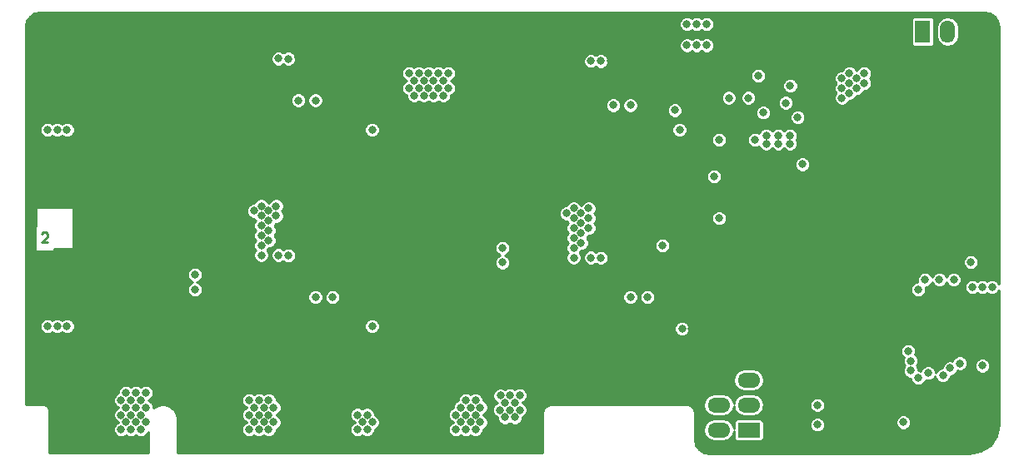
<source format=gbr>
G04 #@! TF.FileFunction,Copper,L2,Inr,Signal*
%FSLAX46Y46*%
G04 Gerber Fmt 4.6, Leading zero omitted, Abs format (unit mm)*
G04 Created by KiCad (PCBNEW (2016-06-29 BZR 6959, Git 30386bd)-product) date Sat Jul  2 22:02:46 2016*
%MOMM*%
%LPD*%
G01*
G04 APERTURE LIST*
%ADD10C,0.100000*%
%ADD11C,0.250000*%
%ADD12R,2.286000X1.524000*%
%ADD13O,2.286000X1.524000*%
%ADD14C,0.800000*%
%ADD15R,1.524000X2.286000*%
%ADD16O,1.524000X2.286000*%
%ADD17C,6.000000*%
%ADD18C,1.000000*%
G04 APERTURE END LIST*
D10*
D11*
X2214285Y-23047619D02*
X2261904Y-23000000D01*
X2357142Y-22952380D01*
X2595238Y-22952380D01*
X2690476Y-23000000D01*
X2738095Y-23047619D01*
X2785714Y-23142857D01*
X2785714Y-23238095D01*
X2738095Y-23380952D01*
X2166666Y-23952380D01*
X2785714Y-23952380D01*
D12*
X74024000Y-43040000D03*
D13*
X74024000Y-40500000D03*
X74024000Y-37960000D03*
X70976000Y-43040000D03*
X70976000Y-40500000D03*
X70976000Y-37960000D03*
D14*
X78200000Y-13100000D03*
X78200000Y-13900000D03*
X77000000Y-13100000D03*
X77000000Y-13900000D03*
X75800000Y-13100000D03*
X75800000Y-13900000D03*
X57950000Y-27850000D03*
X57950000Y-28650000D03*
X56750000Y-27850000D03*
X56750000Y-28650000D03*
X55550000Y-27850000D03*
X55550000Y-28650000D03*
X57950000Y-7850000D03*
X57950000Y-8650000D03*
X56750000Y-7850000D03*
X56750000Y-8650000D03*
X55550000Y-7850000D03*
X55550000Y-8650000D03*
X25950000Y-27850000D03*
X25950000Y-28650000D03*
X24750000Y-27850000D03*
X24750000Y-28650000D03*
X23550000Y-27850000D03*
X23550000Y-28650000D03*
X25950000Y-7850000D03*
X25950000Y-8650000D03*
X24750000Y-7850000D03*
X24750000Y-8650000D03*
X23550000Y-7850000D03*
X23550000Y-8650000D03*
D15*
X91710000Y-2500000D03*
D16*
X94250000Y-2500000D03*
X96790000Y-2500000D03*
D17*
X96250000Y-42250000D03*
D18*
X98500000Y-42250000D03*
X97375000Y-44199000D03*
X95125000Y-44199000D03*
X94000000Y-42250000D03*
X95125000Y-40301000D03*
X97375000Y-40301000D03*
D14*
X67750000Y-3900010D03*
X68750000Y-3900010D03*
X69750000Y-3900010D03*
X17750000Y-27250000D03*
X17750000Y-28750000D03*
X30000000Y-29500000D03*
X4750000Y-32500000D03*
X2750000Y-32500000D03*
X3750000Y-32500000D03*
X47750000Y-38500000D03*
X52750000Y-35500000D03*
X51750000Y-35500000D03*
X50750000Y-35500000D03*
X49750000Y-35500000D03*
X52250000Y-36250000D03*
X51250000Y-36250000D03*
X50250000Y-36250000D03*
X49250000Y-36250000D03*
X52750000Y-37000000D03*
X51750000Y-37000000D03*
X50750000Y-37000000D03*
X49750000Y-37000000D03*
X48750000Y-37000000D03*
X52250000Y-37750000D03*
X51250000Y-37750000D03*
X50250000Y-37750000D03*
X49250000Y-37750000D03*
X48250000Y-37750000D03*
X46750000Y-38500000D03*
X59000000Y-22250000D03*
X27500000Y-21750000D03*
X70250000Y-15675000D03*
X90400000Y-30000000D03*
X49998420Y-43001580D03*
X50000000Y-7750000D03*
X51000000Y-7750000D03*
X52000000Y-7750000D03*
X53000000Y-7750000D03*
X53500000Y-7000000D03*
X52500000Y-7000000D03*
X51500000Y-7000000D03*
X50500000Y-7000000D03*
X50500000Y-5550010D03*
X50000000Y-6250000D03*
X51000000Y-6250000D03*
X51500000Y-5550010D03*
X52000000Y-6250000D03*
X53000000Y-6250000D03*
X54000000Y-6250000D03*
X50500000Y-21750000D03*
X50500000Y-22750000D03*
X50500000Y-23750000D03*
X50500000Y-24750000D03*
X50500000Y-25750000D03*
X51250000Y-22250000D03*
X51250000Y-23250000D03*
X51250000Y-24250000D03*
X51250000Y-25250000D03*
X52000000Y-21750000D03*
X52000000Y-22750000D03*
X52000000Y-23750000D03*
X52000000Y-24750000D03*
X52000000Y-25750000D03*
X18500000Y-25750000D03*
X18500000Y-24750000D03*
X18500000Y-23750000D03*
X18500000Y-22750000D03*
X18500000Y-21750000D03*
X19250000Y-22250000D03*
X19250000Y-23250000D03*
X19250000Y-24250000D03*
X19250000Y-25250000D03*
X19250000Y-26250000D03*
X20000000Y-21750000D03*
X20000000Y-22750000D03*
X20000000Y-23750000D03*
X20000000Y-24750000D03*
X20000000Y-25750000D03*
X19500000Y-8500000D03*
X20500000Y-8500000D03*
X21500000Y-8500000D03*
X19000000Y-7750000D03*
X20000000Y-7750000D03*
X21000000Y-7750000D03*
X22000000Y-7750000D03*
X21500000Y-7000000D03*
X20500000Y-7000000D03*
X19500000Y-7000000D03*
X18500000Y-7000000D03*
X19500000Y-5550010D03*
X18500000Y-5550010D03*
X18000000Y-6250000D03*
X19000000Y-6250000D03*
X20000000Y-6250000D03*
X21000000Y-6250000D03*
X22000000Y-6250000D03*
X28256290Y-5150010D03*
X60010686Y-5450010D03*
X96749998Y-33750000D03*
X68250000Y-32750000D03*
X93000000Y-32500000D03*
X67000000Y-22500000D03*
X67750000Y-26500000D03*
X82250000Y-6250000D03*
X82250000Y-7250000D03*
X82250000Y-8250000D03*
X82250000Y-9250000D03*
X81500000Y-9750000D03*
X81500000Y-8750000D03*
X81500000Y-7750000D03*
X81500000Y-6750000D03*
X81500000Y-5750000D03*
X80750000Y-6250000D03*
X80750000Y-7250000D03*
X80750000Y-8250000D03*
X80750000Y-9250000D03*
X80750000Y-10250000D03*
X85250000Y-10500000D03*
X85250000Y-11500000D03*
X85250000Y-12500000D03*
X85250000Y-13500000D03*
X85250000Y-14500000D03*
X85250000Y-15500000D03*
X85250000Y-16500000D03*
X85250000Y-17500000D03*
X85250000Y-18500000D03*
X85250000Y-19500000D03*
X85250000Y-20500000D03*
X85250000Y-21500000D03*
X88500000Y-22000000D03*
X88500000Y-21000000D03*
X88500000Y-20000000D03*
X88500000Y-19000000D03*
X88500000Y-18000000D03*
X88500000Y-17000000D03*
X88500000Y-16000000D03*
X88500000Y-15000000D03*
X88500000Y-14000000D03*
X88500000Y-13000000D03*
X88500000Y-12000000D03*
X88500000Y-11000000D03*
X88500000Y-10000000D03*
X87250000Y-8750000D03*
X86250000Y-8750000D03*
X85750000Y-9500000D03*
X86750000Y-9500000D03*
X87750000Y-9500000D03*
X87750000Y-10500000D03*
X87750000Y-11500000D03*
X87750000Y-12500000D03*
X87750000Y-13500000D03*
X87750000Y-14500000D03*
X87750000Y-15500000D03*
X87750000Y-16500000D03*
X87750000Y-17500000D03*
X87750000Y-18500000D03*
X87750000Y-19500000D03*
X87750000Y-20500000D03*
X87750000Y-21500000D03*
X87250000Y-23250000D03*
X86250000Y-23250000D03*
X85750000Y-22500000D03*
X86750000Y-22500000D03*
X87750000Y-22500000D03*
X31250000Y-12250000D03*
X31250000Y-13250000D03*
X31250000Y-14250000D03*
X31250000Y-15250000D03*
X31250000Y-16250000D03*
X31250000Y-17250000D03*
X31250000Y-18250000D03*
X30500000Y-12750000D03*
X30500000Y-13750000D03*
X30500000Y-14750000D03*
X30500000Y-15750000D03*
X30500000Y-16750000D03*
X30500000Y-17750000D03*
X29750000Y-12250000D03*
X29750000Y-13250000D03*
X29750000Y-14250000D03*
X29750000Y-15250000D03*
X29750000Y-16250000D03*
X29750000Y-17250000D03*
X29750000Y-18250000D03*
X63250000Y-12250000D03*
X63250000Y-13250000D03*
X63250000Y-14250000D03*
X63250000Y-15250000D03*
X63250000Y-16250000D03*
X63250000Y-17250000D03*
X63250000Y-18250000D03*
X62500000Y-12750000D03*
X62500000Y-13750000D03*
X62500000Y-14750000D03*
X62500000Y-15750000D03*
X62500000Y-16750000D03*
X62500000Y-17750000D03*
X61750000Y-12250000D03*
X61750000Y-13250000D03*
X61750000Y-14250000D03*
X61750000Y-15250000D03*
X61750000Y-16250000D03*
X61750000Y-17250000D03*
X61750000Y-18250000D03*
X63250000Y-32250000D03*
X63250000Y-33250000D03*
X63250000Y-34250000D03*
X63250000Y-35250000D03*
X63250000Y-36250000D03*
X63250000Y-37250000D03*
X62500000Y-32750000D03*
X62500000Y-33750000D03*
X62500000Y-34750000D03*
X62500000Y-35750000D03*
X62500000Y-36750000D03*
X62500000Y-37750000D03*
X61750000Y-32250000D03*
X61750000Y-33250000D03*
X61750000Y-34250000D03*
X61750000Y-35250000D03*
X61750000Y-36250000D03*
X61750000Y-37250000D03*
X37750000Y-5500000D03*
X36750000Y-5500000D03*
X35750000Y-5500000D03*
X34750000Y-5500000D03*
X33750000Y-5500000D03*
X37250000Y-6250000D03*
X36250000Y-6250000D03*
X35250000Y-6250000D03*
X34250000Y-6250000D03*
X37750000Y-7000000D03*
X36750000Y-7000000D03*
X33750000Y-7000000D03*
X34750000Y-7000000D03*
X35750000Y-7000000D03*
X36750000Y-9500000D03*
X34750000Y-9500000D03*
X35750000Y-9500000D03*
X36750000Y-15500000D03*
X34750000Y-15500000D03*
X35750000Y-15500000D03*
X33750000Y-19500000D03*
X34750000Y-19500000D03*
X35750000Y-19500000D03*
X36750000Y-19500000D03*
X37750000Y-19500000D03*
X34250000Y-18750000D03*
X35250000Y-18750000D03*
X36250000Y-18750000D03*
X37250000Y-18750000D03*
X37750000Y-18000000D03*
X36750000Y-18000000D03*
X33750000Y-18000000D03*
X34750000Y-18000000D03*
X35750000Y-18000000D03*
X37750000Y-25500000D03*
X36750000Y-25500000D03*
X35750000Y-25500000D03*
X34750000Y-25500000D03*
X33750000Y-25500000D03*
X37250000Y-26250000D03*
X36250000Y-26250000D03*
X35250000Y-26250000D03*
X34250000Y-26250000D03*
X37750000Y-27000000D03*
X36750000Y-27000000D03*
X33750000Y-27000000D03*
X34750000Y-27000000D03*
X35750000Y-27000000D03*
X36750000Y-29500000D03*
X34750000Y-29500000D03*
X35750000Y-29500000D03*
X5749992Y-5500000D03*
X4750000Y-5500000D03*
X3750000Y-5500000D03*
X2750000Y-5500000D03*
X1750000Y-5500000D03*
X5250000Y-6250000D03*
X4250000Y-6250000D03*
X3250000Y-6250000D03*
X2250000Y-6250000D03*
X5750000Y-7000000D03*
X4750000Y-7000000D03*
X1750000Y-7000000D03*
X2750000Y-7000000D03*
X3750000Y-7000000D03*
X4750000Y-9500000D03*
X2750000Y-9500000D03*
X3750000Y-9500000D03*
X4750000Y-15500000D03*
X2750000Y-15500000D03*
X3750000Y-15500000D03*
X5750000Y-19500000D03*
X4750000Y-19500000D03*
X3750000Y-19500000D03*
X2750000Y-19500000D03*
X1750000Y-19500000D03*
X2250000Y-18750000D03*
X3250000Y-18750000D03*
X4250000Y-18750000D03*
X5250000Y-18750000D03*
X5750000Y-18000000D03*
X4750000Y-18000000D03*
X1750000Y-18000000D03*
X2750000Y-18000000D03*
X3750000Y-18000000D03*
X5750000Y-29500000D03*
X4750000Y-29500000D03*
X1750000Y-29500000D03*
X2750000Y-29500000D03*
X3750000Y-29500000D03*
X5750000Y-25500000D03*
X4750000Y-25500000D03*
X3750000Y-25500000D03*
X2750000Y-25500000D03*
X1750000Y-25500000D03*
X2250000Y-26250000D03*
X3250000Y-26250000D03*
X4250000Y-26250000D03*
X5250000Y-26250000D03*
X5750000Y-27000000D03*
X1750000Y-27000000D03*
X4750000Y-27000000D03*
X2750000Y-27000000D03*
X3750000Y-27000000D03*
X36750000Y-35500000D03*
X34750000Y-35500000D03*
X35750000Y-35500000D03*
X36750000Y-39500000D03*
X35750000Y-39500000D03*
X34750000Y-39500000D03*
X37250000Y-38750000D03*
X36250000Y-38750000D03*
X35250000Y-38750000D03*
X36750000Y-38000000D03*
X34750000Y-38000000D03*
X35750000Y-38000000D03*
X28250000Y-40000000D03*
X29250000Y-40000000D03*
X30500000Y-39750000D03*
X27750000Y-39250000D03*
X28750000Y-39250000D03*
X29750000Y-39250000D03*
X30500000Y-38750000D03*
X30500000Y-37750000D03*
X30500000Y-36750000D03*
X30500000Y-35750000D03*
X30500000Y-34750000D03*
X30500000Y-33750000D03*
X30500000Y-32750000D03*
X29750000Y-32250000D03*
X29750000Y-33250000D03*
X29750000Y-34250000D03*
X29750000Y-35250000D03*
X29750000Y-36250000D03*
X29750000Y-37250000D03*
X29750000Y-38250000D03*
X4250000Y-35750000D03*
X3250000Y-35750000D03*
X2250000Y-35750000D03*
X1750000Y-36500000D03*
X1250000Y-37250000D03*
X1750000Y-38000000D03*
X2750000Y-39500000D03*
X2250000Y-38750000D03*
X3250000Y-38750000D03*
X4250000Y-38750000D03*
X4750000Y-38000000D03*
X2750000Y-38000000D03*
X3750000Y-38000000D03*
X31750000Y-29500000D03*
X43000000Y-9000000D03*
X42000000Y-9000000D03*
X41000000Y-9000000D03*
X40000000Y-9000000D03*
X57750000Y-22500000D03*
X57750000Y-21500000D03*
X57750000Y-20500000D03*
X57000000Y-24000000D03*
X57000000Y-23000000D03*
X57000000Y-22000000D03*
X57000000Y-21000000D03*
X55500000Y-21000000D03*
X56250000Y-20500000D03*
X56250000Y-21500000D03*
X56250000Y-22500000D03*
X56250000Y-23500000D03*
X56250000Y-24500000D03*
X56250000Y-25500000D03*
X26000000Y-20250000D03*
X23750000Y-20750000D03*
X24500000Y-20250000D03*
X25250000Y-20750000D03*
X26000000Y-21250000D03*
X25250000Y-23750000D03*
X25250000Y-22750000D03*
X25250000Y-21750000D03*
X24500000Y-21250000D03*
X24500000Y-22250000D03*
X24500000Y-23250000D03*
X24500000Y-24250000D03*
X24500000Y-25250000D03*
X39500000Y-8250000D03*
X40500000Y-8250000D03*
X41500000Y-8250000D03*
X42500000Y-8250000D03*
X43500000Y-8250000D03*
X40000000Y-7500000D03*
X41000000Y-7500000D03*
X42000000Y-7500000D03*
X43000000Y-7500000D03*
X43500000Y-6750000D03*
X42500000Y-6750000D03*
X41500000Y-6750000D03*
X40500000Y-6750000D03*
X39500000Y-6750000D03*
X89750000Y-42250000D03*
X46250000Y-40000000D03*
X45250000Y-40000000D03*
X46750000Y-40750000D03*
X45750000Y-40750000D03*
X44750000Y-40750000D03*
X46250000Y-41500000D03*
X45250000Y-41500000D03*
X44250000Y-41500000D03*
X46750000Y-42250000D03*
X45750000Y-42250000D03*
X44750000Y-42250000D03*
X46250000Y-43000000D03*
X45250000Y-43000000D03*
X44250000Y-43000000D03*
X35250000Y-41500000D03*
X34250000Y-41500000D03*
X35750000Y-42250000D03*
X34750000Y-42250000D03*
X35250000Y-43000000D03*
X34250000Y-43000000D03*
X12750000Y-39250000D03*
X11750000Y-39250000D03*
X10750000Y-39250000D03*
X12250000Y-40000000D03*
X11250000Y-40000000D03*
X10250000Y-40000000D03*
X12750000Y-40750000D03*
X11750000Y-40750000D03*
X10750000Y-40750000D03*
X12250000Y-41500000D03*
X11250000Y-41500000D03*
X10250000Y-41500000D03*
X12750000Y-42250000D03*
X11750000Y-42250000D03*
X10750000Y-42250000D03*
X12250000Y-43000000D03*
X11250000Y-43000000D03*
X10250000Y-43000000D03*
X25250000Y-40000000D03*
X24250000Y-40000000D03*
X23250000Y-40000000D03*
X25750000Y-40750000D03*
X24750000Y-40750000D03*
X23750000Y-40750000D03*
X25250000Y-41500000D03*
X24250000Y-41500000D03*
X23250000Y-41500000D03*
X25750000Y-42250000D03*
X24750000Y-42250000D03*
X23750000Y-42250000D03*
X25250000Y-43000000D03*
X24250000Y-43000000D03*
X23250000Y-43000000D03*
X67750000Y-1750000D03*
X68750000Y-1750000D03*
X69750000Y-1750000D03*
X28250000Y-9500000D03*
X4750000Y-12500000D03*
X2750000Y-12500000D03*
X3750000Y-12500000D03*
X30000000Y-9500000D03*
X35750000Y-12500000D03*
X60250000Y-10000000D03*
X62000000Y-10000000D03*
X63750000Y-29500000D03*
X66500000Y-10500000D03*
X94500000Y-36750000D03*
X81000000Y-40500000D03*
X95500000Y-36250000D03*
X81000000Y-42500000D03*
X35750000Y-32500000D03*
X49000000Y-24500000D03*
X49000000Y-26000000D03*
X62000000Y-29500000D03*
X48797715Y-39547715D03*
X50250000Y-41750000D03*
X49250000Y-41750000D03*
X48724440Y-41000000D03*
X49750000Y-41000000D03*
X50750000Y-41000000D03*
X50250000Y-40250000D03*
X49250000Y-40250000D03*
X50750000Y-39500000D03*
X49750000Y-39500000D03*
X85750000Y-6750000D03*
X85750000Y-7750000D03*
X85000000Y-8250000D03*
X85000000Y-7250000D03*
X84250000Y-6750000D03*
X84250000Y-7750000D03*
X84250000Y-8750000D03*
X83500000Y-7250000D03*
X83500000Y-8250000D03*
X83500000Y-9250000D03*
X26250000Y-5250000D03*
X96750000Y-28500000D03*
X26250000Y-25250004D03*
X96606632Y-25981652D03*
X57999994Y-5500000D03*
X94849989Y-27750000D03*
X58000000Y-25500000D03*
X93399988Y-27750000D03*
X71000000Y-13500000D03*
X77775000Y-9750000D03*
X79500000Y-16000000D03*
X72000000Y-9250000D03*
X78250000Y-8000000D03*
X74000000Y-9250000D03*
X90250000Y-35000000D03*
X91250000Y-28750000D03*
X97750000Y-36500000D03*
X67250000Y-32750000D03*
X71000000Y-21500000D03*
X67000000Y-12500000D03*
X79000000Y-11250000D03*
X70500000Y-17250000D03*
X75000000Y-7000000D03*
X91949987Y-27750000D03*
X90500000Y-36000000D03*
X65250000Y-24250000D03*
X59012653Y-25512653D03*
X75500000Y-10750000D03*
X74650000Y-13500000D03*
X93750000Y-37499992D03*
X92250000Y-37249994D03*
X27262653Y-5262653D03*
X91250000Y-37750000D03*
X27262655Y-25262655D03*
X97750000Y-28500000D03*
X98750000Y-28500000D03*
X59012648Y-5512651D03*
X90500000Y-37000000D03*
D11*
G36*
X98550768Y-670330D02*
X99017686Y-982314D01*
X99329670Y-1449232D01*
X99450000Y-2054170D01*
X99450000Y-28164681D01*
X99407396Y-28061571D01*
X99189575Y-27843370D01*
X98904833Y-27725135D01*
X98596519Y-27724866D01*
X98311571Y-27842604D01*
X98250084Y-27903984D01*
X98189575Y-27843370D01*
X97904833Y-27725135D01*
X97596519Y-27724866D01*
X97311571Y-27842604D01*
X97250084Y-27903984D01*
X97189575Y-27843370D01*
X96904833Y-27725135D01*
X96596519Y-27724866D01*
X96311571Y-27842604D01*
X96093370Y-28060425D01*
X95975135Y-28345167D01*
X95974866Y-28653481D01*
X96092604Y-28938429D01*
X96310425Y-29156630D01*
X96595167Y-29274865D01*
X96903481Y-29275134D01*
X97188429Y-29157396D01*
X97249916Y-29096016D01*
X97310425Y-29156630D01*
X97595167Y-29274865D01*
X97903481Y-29275134D01*
X98188429Y-29157396D01*
X98249916Y-29096016D01*
X98310425Y-29156630D01*
X98595167Y-29274865D01*
X98903481Y-29275134D01*
X99188429Y-29157396D01*
X99406630Y-28939575D01*
X99450000Y-28835128D01*
X99450000Y-42445829D01*
X99215489Y-43624793D01*
X98578347Y-44578345D01*
X97624794Y-45215489D01*
X96445829Y-45450000D01*
X70054170Y-45450000D01*
X69449232Y-45329670D01*
X68982314Y-45017686D01*
X68670330Y-44550768D01*
X68550000Y-43945829D01*
X68550000Y-43040000D01*
X69428261Y-43040000D01*
X69514810Y-43475111D01*
X69761281Y-43843980D01*
X70130150Y-44090451D01*
X70565261Y-44177000D01*
X71386739Y-44177000D01*
X71821850Y-44090451D01*
X72190719Y-43843980D01*
X72437190Y-43475111D01*
X72498654Y-43166111D01*
X72498654Y-43802000D01*
X72527758Y-43948317D01*
X72610641Y-44072359D01*
X72734683Y-44155242D01*
X72881000Y-44184346D01*
X75167000Y-44184346D01*
X75313317Y-44155242D01*
X75437359Y-44072359D01*
X75520242Y-43948317D01*
X75549346Y-43802000D01*
X75549346Y-42653481D01*
X80224866Y-42653481D01*
X80342604Y-42938429D01*
X80560425Y-43156630D01*
X80845167Y-43274865D01*
X81153481Y-43275134D01*
X81438429Y-43157396D01*
X81656630Y-42939575D01*
X81774865Y-42654833D01*
X81775084Y-42403481D01*
X88974866Y-42403481D01*
X89092604Y-42688429D01*
X89310425Y-42906630D01*
X89595167Y-43024865D01*
X89903481Y-43025134D01*
X90188429Y-42907396D01*
X90406630Y-42689575D01*
X90524865Y-42404833D01*
X90525134Y-42096519D01*
X90407396Y-41811571D01*
X90189575Y-41593370D01*
X89904833Y-41475135D01*
X89596519Y-41474866D01*
X89311571Y-41592604D01*
X89093370Y-41810425D01*
X88975135Y-42095167D01*
X88974866Y-42403481D01*
X81775084Y-42403481D01*
X81775134Y-42346519D01*
X81657396Y-42061571D01*
X81439575Y-41843370D01*
X81154833Y-41725135D01*
X80846519Y-41724866D01*
X80561571Y-41842604D01*
X80343370Y-42060425D01*
X80225135Y-42345167D01*
X80224866Y-42653481D01*
X75549346Y-42653481D01*
X75549346Y-42278000D01*
X75520242Y-42131683D01*
X75437359Y-42007641D01*
X75313317Y-41924758D01*
X75167000Y-41895654D01*
X72881000Y-41895654D01*
X72734683Y-41924758D01*
X72610641Y-42007641D01*
X72527758Y-42131683D01*
X72498654Y-42278000D01*
X72498654Y-42913889D01*
X72437190Y-42604889D01*
X72190719Y-42236020D01*
X71821850Y-41989549D01*
X71386739Y-41903000D01*
X70565261Y-41903000D01*
X70130150Y-41989549D01*
X69761281Y-42236020D01*
X69514810Y-42604889D01*
X69428261Y-43040000D01*
X68550000Y-43040000D01*
X68550000Y-41200005D01*
X68550001Y-41200000D01*
X68508134Y-40989524D01*
X68388909Y-40811091D01*
X68188909Y-40611091D01*
X68022650Y-40500000D01*
X69428261Y-40500000D01*
X69514810Y-40935111D01*
X69761281Y-41303980D01*
X70130150Y-41550451D01*
X70565261Y-41637000D01*
X71386739Y-41637000D01*
X71821850Y-41550451D01*
X72190719Y-41303980D01*
X72437190Y-40935111D01*
X72500000Y-40619344D01*
X72562810Y-40935111D01*
X72809281Y-41303980D01*
X73178150Y-41550451D01*
X73613261Y-41637000D01*
X74434739Y-41637000D01*
X74869850Y-41550451D01*
X75238719Y-41303980D01*
X75485190Y-40935111D01*
X75541209Y-40653481D01*
X80224866Y-40653481D01*
X80342604Y-40938429D01*
X80560425Y-41156630D01*
X80845167Y-41274865D01*
X81153481Y-41275134D01*
X81438429Y-41157396D01*
X81656630Y-40939575D01*
X81774865Y-40654833D01*
X81775134Y-40346519D01*
X81657396Y-40061571D01*
X81439575Y-39843370D01*
X81154833Y-39725135D01*
X80846519Y-39724866D01*
X80561571Y-39842604D01*
X80343370Y-40060425D01*
X80225135Y-40345167D01*
X80224866Y-40653481D01*
X75541209Y-40653481D01*
X75571739Y-40500000D01*
X75485190Y-40064889D01*
X75238719Y-39696020D01*
X74869850Y-39449549D01*
X74434739Y-39363000D01*
X73613261Y-39363000D01*
X73178150Y-39449549D01*
X72809281Y-39696020D01*
X72562810Y-40064889D01*
X72500000Y-40380656D01*
X72437190Y-40064889D01*
X72190719Y-39696020D01*
X71821850Y-39449549D01*
X71386739Y-39363000D01*
X70565261Y-39363000D01*
X70130150Y-39449549D01*
X69761281Y-39696020D01*
X69514810Y-40064889D01*
X69428261Y-40500000D01*
X68022650Y-40500000D01*
X68010476Y-40491866D01*
X67800000Y-40450000D01*
X53850005Y-40450000D01*
X53850000Y-40449999D01*
X53639524Y-40491866D01*
X53461091Y-40611091D01*
X53261091Y-40811091D01*
X53141866Y-40989524D01*
X53100000Y-41200000D01*
X53100000Y-45375000D01*
X16000000Y-45375000D01*
X16000000Y-41950000D01*
X15989432Y-41896871D01*
X15989432Y-41842701D01*
X15917118Y-41479152D01*
X15917118Y-41479150D01*
X15834994Y-41280886D01*
X15629059Y-40972684D01*
X15553187Y-40896813D01*
X15477316Y-40820941D01*
X15169114Y-40615006D01*
X15159663Y-40611091D01*
X15124483Y-40596519D01*
X14970850Y-40532882D01*
X14970848Y-40532882D01*
X14607301Y-40460568D01*
X14392699Y-40460568D01*
X14029152Y-40532882D01*
X14029150Y-40532882D01*
X13875517Y-40596519D01*
X13840338Y-40611091D01*
X13830886Y-40615006D01*
X13524940Y-40819434D01*
X13525134Y-40596519D01*
X13407396Y-40311571D01*
X13249582Y-40153481D01*
X22474866Y-40153481D01*
X22592604Y-40438429D01*
X22810425Y-40656630D01*
X22975022Y-40724976D01*
X22974978Y-40775086D01*
X22811571Y-40842604D01*
X22593370Y-41060425D01*
X22475135Y-41345167D01*
X22474866Y-41653481D01*
X22592604Y-41938429D01*
X22810425Y-42156630D01*
X22975022Y-42224976D01*
X22974978Y-42275086D01*
X22811571Y-42342604D01*
X22593370Y-42560425D01*
X22475135Y-42845167D01*
X22474866Y-43153481D01*
X22592604Y-43438429D01*
X22810425Y-43656630D01*
X23095167Y-43774865D01*
X23403481Y-43775134D01*
X23688429Y-43657396D01*
X23749916Y-43596016D01*
X23810425Y-43656630D01*
X24095167Y-43774865D01*
X24403481Y-43775134D01*
X24688429Y-43657396D01*
X24749916Y-43596016D01*
X24810425Y-43656630D01*
X25095167Y-43774865D01*
X25403481Y-43775134D01*
X25688429Y-43657396D01*
X25906630Y-43439575D01*
X26024865Y-43154833D01*
X26025022Y-42974914D01*
X26188429Y-42907396D01*
X26406630Y-42689575D01*
X26524865Y-42404833D01*
X26525134Y-42096519D01*
X26407396Y-41811571D01*
X26249582Y-41653481D01*
X33474866Y-41653481D01*
X33592604Y-41938429D01*
X33810425Y-42156630D01*
X33975022Y-42224976D01*
X33974978Y-42275086D01*
X33811571Y-42342604D01*
X33593370Y-42560425D01*
X33475135Y-42845167D01*
X33474866Y-43153481D01*
X33592604Y-43438429D01*
X33810425Y-43656630D01*
X34095167Y-43774865D01*
X34403481Y-43775134D01*
X34688429Y-43657396D01*
X34749916Y-43596016D01*
X34810425Y-43656630D01*
X35095167Y-43774865D01*
X35403481Y-43775134D01*
X35688429Y-43657396D01*
X35906630Y-43439575D01*
X36024865Y-43154833D01*
X36025022Y-42974914D01*
X36188429Y-42907396D01*
X36406630Y-42689575D01*
X36524865Y-42404833D01*
X36525134Y-42096519D01*
X36407396Y-41811571D01*
X36249582Y-41653481D01*
X43474866Y-41653481D01*
X43592604Y-41938429D01*
X43810425Y-42156630D01*
X43975022Y-42224976D01*
X43974978Y-42275086D01*
X43811571Y-42342604D01*
X43593370Y-42560425D01*
X43475135Y-42845167D01*
X43474866Y-43153481D01*
X43592604Y-43438429D01*
X43810425Y-43656630D01*
X44095167Y-43774865D01*
X44403481Y-43775134D01*
X44688429Y-43657396D01*
X44749916Y-43596016D01*
X44810425Y-43656630D01*
X45095167Y-43774865D01*
X45403481Y-43775134D01*
X45688429Y-43657396D01*
X45749916Y-43596016D01*
X45810425Y-43656630D01*
X46095167Y-43774865D01*
X46403481Y-43775134D01*
X46688429Y-43657396D01*
X46906630Y-43439575D01*
X47024865Y-43154833D01*
X47025022Y-42974914D01*
X47188429Y-42907396D01*
X47406630Y-42689575D01*
X47524865Y-42404833D01*
X47525134Y-42096519D01*
X47407396Y-41811571D01*
X47189575Y-41593370D01*
X47024978Y-41525024D01*
X47025022Y-41474914D01*
X47188429Y-41407396D01*
X47406630Y-41189575D01*
X47421617Y-41153481D01*
X47949306Y-41153481D01*
X48067044Y-41438429D01*
X48284865Y-41656630D01*
X48475012Y-41735586D01*
X48474866Y-41903481D01*
X48592604Y-42188429D01*
X48810425Y-42406630D01*
X49095167Y-42524865D01*
X49403481Y-42525134D01*
X49688429Y-42407396D01*
X49749916Y-42346016D01*
X49810425Y-42406630D01*
X50095167Y-42524865D01*
X50403481Y-42525134D01*
X50688429Y-42407396D01*
X50906630Y-42189575D01*
X51024865Y-41904833D01*
X51025022Y-41724914D01*
X51188429Y-41657396D01*
X51406630Y-41439575D01*
X51524865Y-41154833D01*
X51525134Y-40846519D01*
X51407396Y-40561571D01*
X51189575Y-40343370D01*
X51024978Y-40275024D01*
X51025022Y-40224914D01*
X51188429Y-40157396D01*
X51406630Y-39939575D01*
X51524865Y-39654833D01*
X51525134Y-39346519D01*
X51407396Y-39061571D01*
X51189575Y-38843370D01*
X50904833Y-38725135D01*
X50596519Y-38724866D01*
X50311571Y-38842604D01*
X50250084Y-38903984D01*
X50189575Y-38843370D01*
X49904833Y-38725135D01*
X49596519Y-38724866D01*
X49311571Y-38842604D01*
X49250125Y-38903943D01*
X49237290Y-38891085D01*
X48952548Y-38772850D01*
X48644234Y-38772581D01*
X48359286Y-38890319D01*
X48141085Y-39108140D01*
X48022850Y-39392882D01*
X48022581Y-39701196D01*
X48140319Y-39986144D01*
X48358140Y-40204345D01*
X48474997Y-40252868D01*
X48474987Y-40264521D01*
X48286011Y-40342604D01*
X48067810Y-40560425D01*
X47949575Y-40845167D01*
X47949306Y-41153481D01*
X47421617Y-41153481D01*
X47524865Y-40904833D01*
X47525134Y-40596519D01*
X47407396Y-40311571D01*
X47189575Y-40093370D01*
X47024978Y-40025024D01*
X47025134Y-39846519D01*
X46907396Y-39561571D01*
X46689575Y-39343370D01*
X46404833Y-39225135D01*
X46096519Y-39224866D01*
X45811571Y-39342604D01*
X45750084Y-39403984D01*
X45689575Y-39343370D01*
X45404833Y-39225135D01*
X45096519Y-39224866D01*
X44811571Y-39342604D01*
X44593370Y-39560425D01*
X44475135Y-39845167D01*
X44474978Y-40025086D01*
X44311571Y-40092604D01*
X44093370Y-40310425D01*
X43975135Y-40595167D01*
X43974978Y-40775086D01*
X43811571Y-40842604D01*
X43593370Y-41060425D01*
X43475135Y-41345167D01*
X43474866Y-41653481D01*
X36249582Y-41653481D01*
X36189575Y-41593370D01*
X36024978Y-41525024D01*
X36025134Y-41346519D01*
X35907396Y-41061571D01*
X35689575Y-40843370D01*
X35404833Y-40725135D01*
X35096519Y-40724866D01*
X34811571Y-40842604D01*
X34750084Y-40903984D01*
X34689575Y-40843370D01*
X34404833Y-40725135D01*
X34096519Y-40724866D01*
X33811571Y-40842604D01*
X33593370Y-41060425D01*
X33475135Y-41345167D01*
X33474866Y-41653481D01*
X26249582Y-41653481D01*
X26189575Y-41593370D01*
X26024978Y-41525024D01*
X26025022Y-41474914D01*
X26188429Y-41407396D01*
X26406630Y-41189575D01*
X26524865Y-40904833D01*
X26525134Y-40596519D01*
X26407396Y-40311571D01*
X26189575Y-40093370D01*
X26024978Y-40025024D01*
X26025134Y-39846519D01*
X25907396Y-39561571D01*
X25689575Y-39343370D01*
X25404833Y-39225135D01*
X25096519Y-39224866D01*
X24811571Y-39342604D01*
X24750084Y-39403984D01*
X24689575Y-39343370D01*
X24404833Y-39225135D01*
X24096519Y-39224866D01*
X23811571Y-39342604D01*
X23750084Y-39403984D01*
X23689575Y-39343370D01*
X23404833Y-39225135D01*
X23096519Y-39224866D01*
X22811571Y-39342604D01*
X22593370Y-39560425D01*
X22475135Y-39845167D01*
X22474866Y-40153481D01*
X13249582Y-40153481D01*
X13189575Y-40093370D01*
X13024978Y-40025024D01*
X13025022Y-39974914D01*
X13188429Y-39907396D01*
X13406630Y-39689575D01*
X13524865Y-39404833D01*
X13525134Y-39096519D01*
X13407396Y-38811571D01*
X13189575Y-38593370D01*
X12904833Y-38475135D01*
X12596519Y-38474866D01*
X12311571Y-38592604D01*
X12250084Y-38653984D01*
X12189575Y-38593370D01*
X11904833Y-38475135D01*
X11596519Y-38474866D01*
X11311571Y-38592604D01*
X11250084Y-38653984D01*
X11189575Y-38593370D01*
X10904833Y-38475135D01*
X10596519Y-38474866D01*
X10311571Y-38592604D01*
X10093370Y-38810425D01*
X9975135Y-39095167D01*
X9974978Y-39275086D01*
X9811571Y-39342604D01*
X9593370Y-39560425D01*
X9475135Y-39845167D01*
X9474866Y-40153481D01*
X9592604Y-40438429D01*
X9810425Y-40656630D01*
X9975022Y-40724976D01*
X9974978Y-40775086D01*
X9811571Y-40842604D01*
X9593370Y-41060425D01*
X9475135Y-41345167D01*
X9474866Y-41653481D01*
X9592604Y-41938429D01*
X9810425Y-42156630D01*
X9975022Y-42224976D01*
X9974978Y-42275086D01*
X9811571Y-42342604D01*
X9593370Y-42560425D01*
X9475135Y-42845167D01*
X9474866Y-43153481D01*
X9592604Y-43438429D01*
X9810425Y-43656630D01*
X10095167Y-43774865D01*
X10403481Y-43775134D01*
X10688429Y-43657396D01*
X10749916Y-43596016D01*
X10810425Y-43656630D01*
X11095167Y-43774865D01*
X11403481Y-43775134D01*
X11688429Y-43657396D01*
X11749916Y-43596016D01*
X11810425Y-43656630D01*
X12095167Y-43774865D01*
X12403481Y-43775134D01*
X12688429Y-43657396D01*
X12906630Y-43439575D01*
X13000000Y-43214715D01*
X13000000Y-45375000D01*
X2900000Y-45375000D01*
X2900000Y-41000000D01*
X2858134Y-40789524D01*
X2738909Y-40611091D01*
X2560476Y-40491866D01*
X2350000Y-40450000D01*
X550000Y-40450000D01*
X550000Y-37960000D01*
X72476261Y-37960000D01*
X72562810Y-38395111D01*
X72809281Y-38763980D01*
X73178150Y-39010451D01*
X73613261Y-39097000D01*
X74434739Y-39097000D01*
X74869850Y-39010451D01*
X75238719Y-38763980D01*
X75485190Y-38395111D01*
X75571739Y-37960000D01*
X75485190Y-37524889D01*
X75238719Y-37156020D01*
X74869850Y-36909549D01*
X74434739Y-36823000D01*
X73613261Y-36823000D01*
X73178150Y-36909549D01*
X72809281Y-37156020D01*
X72562810Y-37524889D01*
X72476261Y-37960000D01*
X550000Y-37960000D01*
X550000Y-35153481D01*
X89474866Y-35153481D01*
X89592604Y-35438429D01*
X89805479Y-35651676D01*
X89725135Y-35845167D01*
X89724866Y-36153481D01*
X89842604Y-36438429D01*
X89903984Y-36499916D01*
X89843370Y-36560425D01*
X89725135Y-36845167D01*
X89724866Y-37153481D01*
X89842604Y-37438429D01*
X90060425Y-37656630D01*
X90345167Y-37774865D01*
X90474978Y-37774978D01*
X90474866Y-37903481D01*
X90592604Y-38188429D01*
X90810425Y-38406630D01*
X91095167Y-38524865D01*
X91403481Y-38525134D01*
X91688429Y-38407396D01*
X91906630Y-38189575D01*
X91992694Y-37982309D01*
X92095167Y-38024859D01*
X92403481Y-38025128D01*
X92688429Y-37907390D01*
X92906630Y-37689569D01*
X92974978Y-37524968D01*
X92974866Y-37653473D01*
X93092604Y-37938421D01*
X93310425Y-38156622D01*
X93595167Y-38274857D01*
X93903481Y-38275126D01*
X94188429Y-38157388D01*
X94406630Y-37939567D01*
X94524865Y-37654825D01*
X94524978Y-37525022D01*
X94653481Y-37525134D01*
X94938429Y-37407396D01*
X95156630Y-37189575D01*
X95242692Y-36982314D01*
X95345167Y-37024865D01*
X95653481Y-37025134D01*
X95938429Y-36907396D01*
X96156630Y-36689575D01*
X96171617Y-36653481D01*
X96974866Y-36653481D01*
X97092604Y-36938429D01*
X97310425Y-37156630D01*
X97595167Y-37274865D01*
X97903481Y-37275134D01*
X98188429Y-37157396D01*
X98406630Y-36939575D01*
X98524865Y-36654833D01*
X98525134Y-36346519D01*
X98407396Y-36061571D01*
X98189575Y-35843370D01*
X97904833Y-35725135D01*
X97596519Y-35724866D01*
X97311571Y-35842604D01*
X97093370Y-36060425D01*
X96975135Y-36345167D01*
X96974866Y-36653481D01*
X96171617Y-36653481D01*
X96274865Y-36404833D01*
X96275134Y-36096519D01*
X96157396Y-35811571D01*
X95939575Y-35593370D01*
X95654833Y-35475135D01*
X95346519Y-35474866D01*
X95061571Y-35592604D01*
X94843370Y-35810425D01*
X94757308Y-36017686D01*
X94654833Y-35975135D01*
X94346519Y-35974866D01*
X94061571Y-36092604D01*
X93843370Y-36310425D01*
X93725135Y-36595167D01*
X93725022Y-36724970D01*
X93596519Y-36724858D01*
X93311571Y-36842596D01*
X93093370Y-37060417D01*
X93025022Y-37225018D01*
X93025134Y-37096513D01*
X92907396Y-36811565D01*
X92689575Y-36593364D01*
X92404833Y-36475129D01*
X92096519Y-36474860D01*
X91811571Y-36592598D01*
X91593370Y-36810419D01*
X91507306Y-37017685D01*
X91404833Y-36975135D01*
X91275022Y-36975022D01*
X91275134Y-36846519D01*
X91157396Y-36561571D01*
X91096016Y-36500084D01*
X91156630Y-36439575D01*
X91274865Y-36154833D01*
X91275134Y-35846519D01*
X91157396Y-35561571D01*
X90944521Y-35348324D01*
X91024865Y-35154833D01*
X91025134Y-34846519D01*
X90907396Y-34561571D01*
X90689575Y-34343370D01*
X90404833Y-34225135D01*
X90096519Y-34224866D01*
X89811571Y-34342604D01*
X89593370Y-34560425D01*
X89475135Y-34845167D01*
X89474866Y-35153481D01*
X550000Y-35153481D01*
X550000Y-32653481D01*
X1974866Y-32653481D01*
X2092604Y-32938429D01*
X2310425Y-33156630D01*
X2595167Y-33274865D01*
X2903481Y-33275134D01*
X3188429Y-33157396D01*
X3249916Y-33096016D01*
X3310425Y-33156630D01*
X3595167Y-33274865D01*
X3903481Y-33275134D01*
X4188429Y-33157396D01*
X4249916Y-33096016D01*
X4310425Y-33156630D01*
X4595167Y-33274865D01*
X4903481Y-33275134D01*
X5188429Y-33157396D01*
X5406630Y-32939575D01*
X5524865Y-32654833D01*
X5524866Y-32653481D01*
X34974866Y-32653481D01*
X35092604Y-32938429D01*
X35310425Y-33156630D01*
X35595167Y-33274865D01*
X35903481Y-33275134D01*
X36188429Y-33157396D01*
X36406630Y-32939575D01*
X36421617Y-32903481D01*
X66474866Y-32903481D01*
X66592604Y-33188429D01*
X66810425Y-33406630D01*
X67095167Y-33524865D01*
X67403481Y-33525134D01*
X67688429Y-33407396D01*
X67906630Y-33189575D01*
X68024865Y-32904833D01*
X68025134Y-32596519D01*
X67907396Y-32311571D01*
X67689575Y-32093370D01*
X67404833Y-31975135D01*
X67096519Y-31974866D01*
X66811571Y-32092604D01*
X66593370Y-32310425D01*
X66475135Y-32595167D01*
X66474866Y-32903481D01*
X36421617Y-32903481D01*
X36524865Y-32654833D01*
X36525134Y-32346519D01*
X36407396Y-32061571D01*
X36189575Y-31843370D01*
X35904833Y-31725135D01*
X35596519Y-31724866D01*
X35311571Y-31842604D01*
X35093370Y-32060425D01*
X34975135Y-32345167D01*
X34974866Y-32653481D01*
X5524866Y-32653481D01*
X5525134Y-32346519D01*
X5407396Y-32061571D01*
X5189575Y-31843370D01*
X4904833Y-31725135D01*
X4596519Y-31724866D01*
X4311571Y-31842604D01*
X4250084Y-31903984D01*
X4189575Y-31843370D01*
X3904833Y-31725135D01*
X3596519Y-31724866D01*
X3311571Y-31842604D01*
X3250084Y-31903984D01*
X3189575Y-31843370D01*
X2904833Y-31725135D01*
X2596519Y-31724866D01*
X2311571Y-31842604D01*
X2093370Y-32060425D01*
X1975135Y-32345167D01*
X1974866Y-32653481D01*
X550000Y-32653481D01*
X550000Y-29653481D01*
X29224866Y-29653481D01*
X29342604Y-29938429D01*
X29560425Y-30156630D01*
X29845167Y-30274865D01*
X30153481Y-30275134D01*
X30438429Y-30157396D01*
X30656630Y-29939575D01*
X30774865Y-29654833D01*
X30774866Y-29653481D01*
X30974866Y-29653481D01*
X31092604Y-29938429D01*
X31310425Y-30156630D01*
X31595167Y-30274865D01*
X31903481Y-30275134D01*
X32188429Y-30157396D01*
X32406630Y-29939575D01*
X32524865Y-29654833D01*
X32524866Y-29653481D01*
X61224866Y-29653481D01*
X61342604Y-29938429D01*
X61560425Y-30156630D01*
X61845167Y-30274865D01*
X62153481Y-30275134D01*
X62438429Y-30157396D01*
X62656630Y-29939575D01*
X62774865Y-29654833D01*
X62774866Y-29653481D01*
X62974866Y-29653481D01*
X63092604Y-29938429D01*
X63310425Y-30156630D01*
X63595167Y-30274865D01*
X63903481Y-30275134D01*
X64188429Y-30157396D01*
X64406630Y-29939575D01*
X64524865Y-29654833D01*
X64525134Y-29346519D01*
X64407396Y-29061571D01*
X64249582Y-28903481D01*
X90474866Y-28903481D01*
X90592604Y-29188429D01*
X90810425Y-29406630D01*
X91095167Y-29524865D01*
X91403481Y-29525134D01*
X91688429Y-29407396D01*
X91906630Y-29189575D01*
X92024865Y-28904833D01*
X92025134Y-28596519D01*
X91995599Y-28525040D01*
X92103468Y-28525134D01*
X92388416Y-28407396D01*
X92606617Y-28189575D01*
X92675010Y-28024867D01*
X92742592Y-28188429D01*
X92960413Y-28406630D01*
X93245155Y-28524865D01*
X93553469Y-28525134D01*
X93838417Y-28407396D01*
X94056618Y-28189575D01*
X94125011Y-28024867D01*
X94192593Y-28188429D01*
X94410414Y-28406630D01*
X94695156Y-28524865D01*
X95003470Y-28525134D01*
X95288418Y-28407396D01*
X95506619Y-28189575D01*
X95624854Y-27904833D01*
X95625123Y-27596519D01*
X95507385Y-27311571D01*
X95289564Y-27093370D01*
X95004822Y-26975135D01*
X94696508Y-26974866D01*
X94411560Y-27092604D01*
X94193359Y-27310425D01*
X94124966Y-27475133D01*
X94057384Y-27311571D01*
X93839563Y-27093370D01*
X93554821Y-26975135D01*
X93246507Y-26974866D01*
X92961559Y-27092604D01*
X92743358Y-27310425D01*
X92674965Y-27475133D01*
X92607383Y-27311571D01*
X92389562Y-27093370D01*
X92104820Y-26975135D01*
X91796506Y-26974866D01*
X91511558Y-27092604D01*
X91293357Y-27310425D01*
X91175122Y-27595167D01*
X91174853Y-27903481D01*
X91204388Y-27974960D01*
X91096519Y-27974866D01*
X90811571Y-28092604D01*
X90593370Y-28310425D01*
X90475135Y-28595167D01*
X90474866Y-28903481D01*
X64249582Y-28903481D01*
X64189575Y-28843370D01*
X63904833Y-28725135D01*
X63596519Y-28724866D01*
X63311571Y-28842604D01*
X63093370Y-29060425D01*
X62975135Y-29345167D01*
X62974866Y-29653481D01*
X62774866Y-29653481D01*
X62775134Y-29346519D01*
X62657396Y-29061571D01*
X62439575Y-28843370D01*
X62154833Y-28725135D01*
X61846519Y-28724866D01*
X61561571Y-28842604D01*
X61343370Y-29060425D01*
X61225135Y-29345167D01*
X61224866Y-29653481D01*
X32524866Y-29653481D01*
X32525134Y-29346519D01*
X32407396Y-29061571D01*
X32189575Y-28843370D01*
X31904833Y-28725135D01*
X31596519Y-28724866D01*
X31311571Y-28842604D01*
X31093370Y-29060425D01*
X30975135Y-29345167D01*
X30974866Y-29653481D01*
X30774866Y-29653481D01*
X30775134Y-29346519D01*
X30657396Y-29061571D01*
X30439575Y-28843370D01*
X30154833Y-28725135D01*
X29846519Y-28724866D01*
X29561571Y-28842604D01*
X29343370Y-29060425D01*
X29225135Y-29345167D01*
X29224866Y-29653481D01*
X550000Y-29653481D01*
X550000Y-27403481D01*
X16974866Y-27403481D01*
X17092604Y-27688429D01*
X17310425Y-27906630D01*
X17535487Y-28000084D01*
X17311571Y-28092604D01*
X17093370Y-28310425D01*
X16975135Y-28595167D01*
X16974866Y-28903481D01*
X17092604Y-29188429D01*
X17310425Y-29406630D01*
X17595167Y-29524865D01*
X17903481Y-29525134D01*
X18188429Y-29407396D01*
X18406630Y-29189575D01*
X18524865Y-28904833D01*
X18525134Y-28596519D01*
X18407396Y-28311571D01*
X18189575Y-28093370D01*
X17964513Y-27999916D01*
X18188429Y-27907396D01*
X18406630Y-27689575D01*
X18524865Y-27404833D01*
X18525134Y-27096519D01*
X18407396Y-26811571D01*
X18189575Y-26593370D01*
X17904833Y-26475135D01*
X17596519Y-26474866D01*
X17311571Y-26592604D01*
X17093370Y-26810425D01*
X16975135Y-27095167D01*
X16974866Y-27403481D01*
X550000Y-27403481D01*
X550000Y-22342500D01*
X1523810Y-22342500D01*
X1523810Y-24842500D01*
X3476191Y-24842500D01*
X3476191Y-24625000D01*
X5250000Y-24625000D01*
X5297835Y-24615485D01*
X5338388Y-24588388D01*
X5365485Y-24547835D01*
X5375000Y-24500000D01*
X5375000Y-20903481D01*
X22974866Y-20903481D01*
X23092604Y-21188429D01*
X23310425Y-21406630D01*
X23595167Y-21524865D01*
X23775086Y-21525022D01*
X23842604Y-21688429D01*
X23903984Y-21749916D01*
X23843370Y-21810425D01*
X23725135Y-22095167D01*
X23724866Y-22403481D01*
X23842604Y-22688429D01*
X23903984Y-22749916D01*
X23843370Y-22810425D01*
X23725135Y-23095167D01*
X23724866Y-23403481D01*
X23842604Y-23688429D01*
X23903984Y-23749916D01*
X23843370Y-23810425D01*
X23725135Y-24095167D01*
X23724866Y-24403481D01*
X23842604Y-24688429D01*
X23903984Y-24749916D01*
X23843370Y-24810425D01*
X23725135Y-25095167D01*
X23724866Y-25403481D01*
X23842604Y-25688429D01*
X24060425Y-25906630D01*
X24345167Y-26024865D01*
X24653481Y-26025134D01*
X24938429Y-25907396D01*
X25156630Y-25689575D01*
X25274865Y-25404833D01*
X25274866Y-25403485D01*
X25474866Y-25403485D01*
X25592604Y-25688433D01*
X25810425Y-25906634D01*
X26095167Y-26024869D01*
X26403481Y-26025138D01*
X26688429Y-25907400D01*
X26749929Y-25846007D01*
X26823080Y-25919285D01*
X27107822Y-26037520D01*
X27416136Y-26037789D01*
X27701084Y-25920051D01*
X27919285Y-25702230D01*
X28037520Y-25417488D01*
X28037789Y-25109174D01*
X27920051Y-24824226D01*
X27749604Y-24653481D01*
X48224866Y-24653481D01*
X48342604Y-24938429D01*
X48560425Y-25156630D01*
X48785487Y-25250084D01*
X48561571Y-25342604D01*
X48343370Y-25560425D01*
X48225135Y-25845167D01*
X48224866Y-26153481D01*
X48342604Y-26438429D01*
X48560425Y-26656630D01*
X48845167Y-26774865D01*
X49153481Y-26775134D01*
X49438429Y-26657396D01*
X49656630Y-26439575D01*
X49774865Y-26154833D01*
X49775134Y-25846519D01*
X49657396Y-25561571D01*
X49439575Y-25343370D01*
X49214513Y-25249916D01*
X49438429Y-25157396D01*
X49656630Y-24939575D01*
X49774865Y-24654833D01*
X49775134Y-24346519D01*
X49657396Y-24061571D01*
X49439575Y-23843370D01*
X49154833Y-23725135D01*
X48846519Y-23724866D01*
X48561571Y-23842604D01*
X48343370Y-24060425D01*
X48225135Y-24345167D01*
X48224866Y-24653481D01*
X27749604Y-24653481D01*
X27702230Y-24606025D01*
X27417488Y-24487790D01*
X27109174Y-24487521D01*
X26824226Y-24605259D01*
X26762726Y-24666652D01*
X26689575Y-24593374D01*
X26404833Y-24475139D01*
X26096519Y-24474870D01*
X25811571Y-24592608D01*
X25593370Y-24810429D01*
X25475135Y-25095171D01*
X25474866Y-25403485D01*
X25274866Y-25403485D01*
X25275134Y-25096519D01*
X25157396Y-24811571D01*
X25096016Y-24750084D01*
X25156630Y-24689575D01*
X25224976Y-24524978D01*
X25403481Y-24525134D01*
X25688429Y-24407396D01*
X25906630Y-24189575D01*
X26024865Y-23904833D01*
X26025134Y-23596519D01*
X25907396Y-23311571D01*
X25846016Y-23250084D01*
X25906630Y-23189575D01*
X26024865Y-22904833D01*
X26025134Y-22596519D01*
X25907396Y-22311571D01*
X25846016Y-22250084D01*
X25906630Y-22189575D01*
X25974976Y-22024978D01*
X26153481Y-22025134D01*
X26438429Y-21907396D01*
X26656630Y-21689575D01*
X26774865Y-21404833D01*
X26775084Y-21153481D01*
X54724866Y-21153481D01*
X54842604Y-21438429D01*
X55060425Y-21656630D01*
X55345167Y-21774865D01*
X55525086Y-21775022D01*
X55592604Y-21938429D01*
X55653984Y-21999916D01*
X55593370Y-22060425D01*
X55475135Y-22345167D01*
X55474866Y-22653481D01*
X55592604Y-22938429D01*
X55653984Y-22999916D01*
X55593370Y-23060425D01*
X55475135Y-23345167D01*
X55474866Y-23653481D01*
X55592604Y-23938429D01*
X55653984Y-23999916D01*
X55593370Y-24060425D01*
X55475135Y-24345167D01*
X55474866Y-24653481D01*
X55592604Y-24938429D01*
X55653984Y-24999916D01*
X55593370Y-25060425D01*
X55475135Y-25345167D01*
X55474866Y-25653481D01*
X55592604Y-25938429D01*
X55810425Y-26156630D01*
X56095167Y-26274865D01*
X56403481Y-26275134D01*
X56688429Y-26157396D01*
X56906630Y-25939575D01*
X57024865Y-25654833D01*
X57024866Y-25653481D01*
X57224866Y-25653481D01*
X57342604Y-25938429D01*
X57560425Y-26156630D01*
X57845167Y-26274865D01*
X58153481Y-26275134D01*
X58438429Y-26157396D01*
X58499927Y-26096005D01*
X58573078Y-26169283D01*
X58857820Y-26287518D01*
X59166134Y-26287787D01*
X59451082Y-26170049D01*
X59486058Y-26135133D01*
X95831498Y-26135133D01*
X95949236Y-26420081D01*
X96167057Y-26638282D01*
X96451799Y-26756517D01*
X96760113Y-26756786D01*
X97045061Y-26639048D01*
X97263262Y-26421227D01*
X97381497Y-26136485D01*
X97381766Y-25828171D01*
X97264028Y-25543223D01*
X97046207Y-25325022D01*
X96761465Y-25206787D01*
X96453151Y-25206518D01*
X96168203Y-25324256D01*
X95950002Y-25542077D01*
X95831767Y-25826819D01*
X95831498Y-26135133D01*
X59486058Y-26135133D01*
X59669283Y-25952228D01*
X59787518Y-25667486D01*
X59787787Y-25359172D01*
X59670049Y-25074224D01*
X59452228Y-24856023D01*
X59167486Y-24737788D01*
X58859172Y-24737519D01*
X58574224Y-24855257D01*
X58512726Y-24916648D01*
X58439575Y-24843370D01*
X58154833Y-24725135D01*
X57846519Y-24724866D01*
X57561571Y-24842604D01*
X57343370Y-25060425D01*
X57225135Y-25345167D01*
X57224866Y-25653481D01*
X57024866Y-25653481D01*
X57025134Y-25346519D01*
X56907396Y-25061571D01*
X56846016Y-25000084D01*
X56906630Y-24939575D01*
X56974976Y-24774978D01*
X57153481Y-24775134D01*
X57438429Y-24657396D01*
X57656630Y-24439575D01*
X57671617Y-24403481D01*
X64474866Y-24403481D01*
X64592604Y-24688429D01*
X64810425Y-24906630D01*
X65095167Y-25024865D01*
X65403481Y-25025134D01*
X65688429Y-24907396D01*
X65906630Y-24689575D01*
X66024865Y-24404833D01*
X66025134Y-24096519D01*
X65907396Y-23811571D01*
X65689575Y-23593370D01*
X65404833Y-23475135D01*
X65096519Y-23474866D01*
X64811571Y-23592604D01*
X64593370Y-23810425D01*
X64475135Y-24095167D01*
X64474866Y-24403481D01*
X57671617Y-24403481D01*
X57774865Y-24154833D01*
X57775134Y-23846519D01*
X57657396Y-23561571D01*
X57596016Y-23500084D01*
X57656630Y-23439575D01*
X57724976Y-23274978D01*
X57903481Y-23275134D01*
X58188429Y-23157396D01*
X58406630Y-22939575D01*
X58524865Y-22654833D01*
X58525134Y-22346519D01*
X58407396Y-22061571D01*
X58346016Y-22000084D01*
X58406630Y-21939575D01*
X58524865Y-21654833D01*
X58524866Y-21653481D01*
X70224866Y-21653481D01*
X70342604Y-21938429D01*
X70560425Y-22156630D01*
X70845167Y-22274865D01*
X71153481Y-22275134D01*
X71438429Y-22157396D01*
X71656630Y-21939575D01*
X71774865Y-21654833D01*
X71775134Y-21346519D01*
X71657396Y-21061571D01*
X71439575Y-20843370D01*
X71154833Y-20725135D01*
X70846519Y-20724866D01*
X70561571Y-20842604D01*
X70343370Y-21060425D01*
X70225135Y-21345167D01*
X70224866Y-21653481D01*
X58524866Y-21653481D01*
X58525134Y-21346519D01*
X58407396Y-21061571D01*
X58346016Y-21000084D01*
X58406630Y-20939575D01*
X58524865Y-20654833D01*
X58525134Y-20346519D01*
X58407396Y-20061571D01*
X58189575Y-19843370D01*
X57904833Y-19725135D01*
X57596519Y-19724866D01*
X57311571Y-19842604D01*
X57093370Y-20060425D01*
X57025024Y-20225022D01*
X56974914Y-20224978D01*
X56907396Y-20061571D01*
X56689575Y-19843370D01*
X56404833Y-19725135D01*
X56096519Y-19724866D01*
X55811571Y-19842604D01*
X55593370Y-20060425D01*
X55525024Y-20225022D01*
X55346519Y-20224866D01*
X55061571Y-20342604D01*
X54843370Y-20560425D01*
X54725135Y-20845167D01*
X54724866Y-21153481D01*
X26775084Y-21153481D01*
X26775134Y-21096519D01*
X26657396Y-20811571D01*
X26596016Y-20750084D01*
X26656630Y-20689575D01*
X26774865Y-20404833D01*
X26775134Y-20096519D01*
X26657396Y-19811571D01*
X26439575Y-19593370D01*
X26154833Y-19475135D01*
X25846519Y-19474866D01*
X25561571Y-19592604D01*
X25343370Y-19810425D01*
X25275024Y-19975022D01*
X25224914Y-19974978D01*
X25157396Y-19811571D01*
X24939575Y-19593370D01*
X24654833Y-19475135D01*
X24346519Y-19474866D01*
X24061571Y-19592604D01*
X23843370Y-19810425D01*
X23775024Y-19975022D01*
X23596519Y-19974866D01*
X23311571Y-20092604D01*
X23093370Y-20310425D01*
X22975135Y-20595167D01*
X22974866Y-20903481D01*
X5375000Y-20903481D01*
X5375000Y-20500000D01*
X5365485Y-20452165D01*
X5338388Y-20411612D01*
X5297835Y-20384515D01*
X5250000Y-20375000D01*
X1750000Y-20375000D01*
X1702165Y-20384515D01*
X1661612Y-20411612D01*
X1634515Y-20452165D01*
X1625000Y-20500000D01*
X1625000Y-22342500D01*
X1523810Y-22342500D01*
X550000Y-22342500D01*
X550000Y-17403481D01*
X69724866Y-17403481D01*
X69842604Y-17688429D01*
X70060425Y-17906630D01*
X70345167Y-18024865D01*
X70653481Y-18025134D01*
X70938429Y-17907396D01*
X71156630Y-17689575D01*
X71274865Y-17404833D01*
X71275134Y-17096519D01*
X71157396Y-16811571D01*
X70939575Y-16593370D01*
X70654833Y-16475135D01*
X70346519Y-16474866D01*
X70061571Y-16592604D01*
X69843370Y-16810425D01*
X69725135Y-17095167D01*
X69724866Y-17403481D01*
X550000Y-17403481D01*
X550000Y-16153481D01*
X78724866Y-16153481D01*
X78842604Y-16438429D01*
X79060425Y-16656630D01*
X79345167Y-16774865D01*
X79653481Y-16775134D01*
X79938429Y-16657396D01*
X80156630Y-16439575D01*
X80274865Y-16154833D01*
X80275134Y-15846519D01*
X80157396Y-15561571D01*
X79939575Y-15343370D01*
X79654833Y-15225135D01*
X79346519Y-15224866D01*
X79061571Y-15342604D01*
X78843370Y-15560425D01*
X78725135Y-15845167D01*
X78724866Y-16153481D01*
X550000Y-16153481D01*
X550000Y-13653481D01*
X70224866Y-13653481D01*
X70342604Y-13938429D01*
X70560425Y-14156630D01*
X70845167Y-14274865D01*
X71153481Y-14275134D01*
X71438429Y-14157396D01*
X71656630Y-13939575D01*
X71774865Y-13654833D01*
X71774866Y-13653481D01*
X73874866Y-13653481D01*
X73992604Y-13938429D01*
X74210425Y-14156630D01*
X74495167Y-14274865D01*
X74803481Y-14275134D01*
X75070811Y-14164676D01*
X75142604Y-14338429D01*
X75360425Y-14556630D01*
X75645167Y-14674865D01*
X75953481Y-14675134D01*
X76238429Y-14557396D01*
X76400091Y-14396016D01*
X76560425Y-14556630D01*
X76845167Y-14674865D01*
X77153481Y-14675134D01*
X77438429Y-14557396D01*
X77600091Y-14396016D01*
X77760425Y-14556630D01*
X78045167Y-14674865D01*
X78353481Y-14675134D01*
X78638429Y-14557396D01*
X78856630Y-14339575D01*
X78974865Y-14054833D01*
X78975134Y-13746519D01*
X78873169Y-13499745D01*
X78974865Y-13254833D01*
X78975134Y-12946519D01*
X78857396Y-12661571D01*
X78639575Y-12443370D01*
X78354833Y-12325135D01*
X78046519Y-12324866D01*
X77761571Y-12442604D01*
X77599909Y-12603984D01*
X77439575Y-12443370D01*
X77154833Y-12325135D01*
X76846519Y-12324866D01*
X76561571Y-12442604D01*
X76399909Y-12603984D01*
X76239575Y-12443370D01*
X75954833Y-12325135D01*
X75646519Y-12324866D01*
X75361571Y-12442604D01*
X75143370Y-12660425D01*
X75070665Y-12835518D01*
X74804833Y-12725135D01*
X74496519Y-12724866D01*
X74211571Y-12842604D01*
X73993370Y-13060425D01*
X73875135Y-13345167D01*
X73874866Y-13653481D01*
X71774866Y-13653481D01*
X71775134Y-13346519D01*
X71657396Y-13061571D01*
X71439575Y-12843370D01*
X71154833Y-12725135D01*
X70846519Y-12724866D01*
X70561571Y-12842604D01*
X70343370Y-13060425D01*
X70225135Y-13345167D01*
X70224866Y-13653481D01*
X550000Y-13653481D01*
X550000Y-12653481D01*
X1974866Y-12653481D01*
X2092604Y-12938429D01*
X2310425Y-13156630D01*
X2595167Y-13274865D01*
X2903481Y-13275134D01*
X3188429Y-13157396D01*
X3249916Y-13096016D01*
X3310425Y-13156630D01*
X3595167Y-13274865D01*
X3903481Y-13275134D01*
X4188429Y-13157396D01*
X4249916Y-13096016D01*
X4310425Y-13156630D01*
X4595167Y-13274865D01*
X4903481Y-13275134D01*
X5188429Y-13157396D01*
X5406630Y-12939575D01*
X5524865Y-12654833D01*
X5524866Y-12653481D01*
X34974866Y-12653481D01*
X35092604Y-12938429D01*
X35310425Y-13156630D01*
X35595167Y-13274865D01*
X35903481Y-13275134D01*
X36188429Y-13157396D01*
X36406630Y-12939575D01*
X36524865Y-12654833D01*
X36524866Y-12653481D01*
X66224866Y-12653481D01*
X66342604Y-12938429D01*
X66560425Y-13156630D01*
X66845167Y-13274865D01*
X67153481Y-13275134D01*
X67438429Y-13157396D01*
X67656630Y-12939575D01*
X67774865Y-12654833D01*
X67775134Y-12346519D01*
X67657396Y-12061571D01*
X67439575Y-11843370D01*
X67154833Y-11725135D01*
X66846519Y-11724866D01*
X66561571Y-11842604D01*
X66343370Y-12060425D01*
X66225135Y-12345167D01*
X66224866Y-12653481D01*
X36524866Y-12653481D01*
X36525134Y-12346519D01*
X36407396Y-12061571D01*
X36189575Y-11843370D01*
X35904833Y-11725135D01*
X35596519Y-11724866D01*
X35311571Y-11842604D01*
X35093370Y-12060425D01*
X34975135Y-12345167D01*
X34974866Y-12653481D01*
X5524866Y-12653481D01*
X5525134Y-12346519D01*
X5407396Y-12061571D01*
X5189575Y-11843370D01*
X4904833Y-11725135D01*
X4596519Y-11724866D01*
X4311571Y-11842604D01*
X4250084Y-11903984D01*
X4189575Y-11843370D01*
X3904833Y-11725135D01*
X3596519Y-11724866D01*
X3311571Y-11842604D01*
X3250084Y-11903984D01*
X3189575Y-11843370D01*
X2904833Y-11725135D01*
X2596519Y-11724866D01*
X2311571Y-11842604D01*
X2093370Y-12060425D01*
X1975135Y-12345167D01*
X1974866Y-12653481D01*
X550000Y-12653481D01*
X550000Y-9653481D01*
X27474866Y-9653481D01*
X27592604Y-9938429D01*
X27810425Y-10156630D01*
X28095167Y-10274865D01*
X28403481Y-10275134D01*
X28688429Y-10157396D01*
X28906630Y-9939575D01*
X29024865Y-9654833D01*
X29024866Y-9653481D01*
X29224866Y-9653481D01*
X29342604Y-9938429D01*
X29560425Y-10156630D01*
X29845167Y-10274865D01*
X30153481Y-10275134D01*
X30438429Y-10157396D01*
X30442350Y-10153481D01*
X59474866Y-10153481D01*
X59592604Y-10438429D01*
X59810425Y-10656630D01*
X60095167Y-10774865D01*
X60403481Y-10775134D01*
X60688429Y-10657396D01*
X60906630Y-10439575D01*
X61024865Y-10154833D01*
X61024866Y-10153481D01*
X61224866Y-10153481D01*
X61342604Y-10438429D01*
X61560425Y-10656630D01*
X61845167Y-10774865D01*
X62153481Y-10775134D01*
X62438429Y-10657396D01*
X62442350Y-10653481D01*
X65724866Y-10653481D01*
X65842604Y-10938429D01*
X66060425Y-11156630D01*
X66345167Y-11274865D01*
X66653481Y-11275134D01*
X66938429Y-11157396D01*
X67156630Y-10939575D01*
X67171617Y-10903481D01*
X74724866Y-10903481D01*
X74842604Y-11188429D01*
X75060425Y-11406630D01*
X75345167Y-11524865D01*
X75653481Y-11525134D01*
X75938429Y-11407396D01*
X75942350Y-11403481D01*
X78224866Y-11403481D01*
X78342604Y-11688429D01*
X78560425Y-11906630D01*
X78845167Y-12024865D01*
X79153481Y-12025134D01*
X79438429Y-11907396D01*
X79656630Y-11689575D01*
X79774865Y-11404833D01*
X79775134Y-11096519D01*
X79657396Y-10811571D01*
X79439575Y-10593370D01*
X79154833Y-10475135D01*
X78846519Y-10474866D01*
X78561571Y-10592604D01*
X78343370Y-10810425D01*
X78225135Y-11095167D01*
X78224866Y-11403481D01*
X75942350Y-11403481D01*
X76156630Y-11189575D01*
X76274865Y-10904833D01*
X76275134Y-10596519D01*
X76157396Y-10311571D01*
X75939575Y-10093370D01*
X75654833Y-9975135D01*
X75346519Y-9974866D01*
X75061571Y-10092604D01*
X74843370Y-10310425D01*
X74725135Y-10595167D01*
X74724866Y-10903481D01*
X67171617Y-10903481D01*
X67274865Y-10654833D01*
X67275134Y-10346519D01*
X67157396Y-10061571D01*
X66939575Y-9843370D01*
X66654833Y-9725135D01*
X66346519Y-9724866D01*
X66061571Y-9842604D01*
X65843370Y-10060425D01*
X65725135Y-10345167D01*
X65724866Y-10653481D01*
X62442350Y-10653481D01*
X62656630Y-10439575D01*
X62774865Y-10154833D01*
X62775134Y-9846519D01*
X62657396Y-9561571D01*
X62499582Y-9403481D01*
X71224866Y-9403481D01*
X71342604Y-9688429D01*
X71560425Y-9906630D01*
X71845167Y-10024865D01*
X72153481Y-10025134D01*
X72438429Y-9907396D01*
X72656630Y-9689575D01*
X72774865Y-9404833D01*
X72774866Y-9403481D01*
X73224866Y-9403481D01*
X73342604Y-9688429D01*
X73560425Y-9906630D01*
X73845167Y-10024865D01*
X74153481Y-10025134D01*
X74438429Y-9907396D01*
X74442350Y-9903481D01*
X76999866Y-9903481D01*
X77117604Y-10188429D01*
X77335425Y-10406630D01*
X77620167Y-10524865D01*
X77928481Y-10525134D01*
X78213429Y-10407396D01*
X78431630Y-10189575D01*
X78549865Y-9904833D01*
X78550134Y-9596519D01*
X78432396Y-9311571D01*
X78214575Y-9093370D01*
X77929833Y-8975135D01*
X77621519Y-8974866D01*
X77336571Y-9092604D01*
X77118370Y-9310425D01*
X77000135Y-9595167D01*
X76999866Y-9903481D01*
X74442350Y-9903481D01*
X74656630Y-9689575D01*
X74774865Y-9404833D01*
X74775134Y-9096519D01*
X74657396Y-8811571D01*
X74439575Y-8593370D01*
X74154833Y-8475135D01*
X73846519Y-8474866D01*
X73561571Y-8592604D01*
X73343370Y-8810425D01*
X73225135Y-9095167D01*
X73224866Y-9403481D01*
X72774866Y-9403481D01*
X72775134Y-9096519D01*
X72657396Y-8811571D01*
X72439575Y-8593370D01*
X72154833Y-8475135D01*
X71846519Y-8474866D01*
X71561571Y-8592604D01*
X71343370Y-8810425D01*
X71225135Y-9095167D01*
X71224866Y-9403481D01*
X62499582Y-9403481D01*
X62439575Y-9343370D01*
X62154833Y-9225135D01*
X61846519Y-9224866D01*
X61561571Y-9342604D01*
X61343370Y-9560425D01*
X61225135Y-9845167D01*
X61224866Y-10153481D01*
X61024866Y-10153481D01*
X61025134Y-9846519D01*
X60907396Y-9561571D01*
X60689575Y-9343370D01*
X60404833Y-9225135D01*
X60096519Y-9224866D01*
X59811571Y-9342604D01*
X59593370Y-9560425D01*
X59475135Y-9845167D01*
X59474866Y-10153481D01*
X30442350Y-10153481D01*
X30656630Y-9939575D01*
X30774865Y-9654833D01*
X30775134Y-9346519D01*
X30657396Y-9061571D01*
X30439575Y-8843370D01*
X30154833Y-8725135D01*
X29846519Y-8724866D01*
X29561571Y-8842604D01*
X29343370Y-9060425D01*
X29225135Y-9345167D01*
X29224866Y-9653481D01*
X29024866Y-9653481D01*
X29025134Y-9346519D01*
X28907396Y-9061571D01*
X28689575Y-8843370D01*
X28404833Y-8725135D01*
X28096519Y-8724866D01*
X27811571Y-8842604D01*
X27593370Y-9060425D01*
X27475135Y-9345167D01*
X27474866Y-9653481D01*
X550000Y-9653481D01*
X550000Y-6903481D01*
X38724866Y-6903481D01*
X38842604Y-7188429D01*
X39060425Y-7406630D01*
X39225022Y-7474976D01*
X39224978Y-7525086D01*
X39061571Y-7592604D01*
X38843370Y-7810425D01*
X38725135Y-8095167D01*
X38724866Y-8403481D01*
X38842604Y-8688429D01*
X39060425Y-8906630D01*
X39225022Y-8974976D01*
X39224866Y-9153481D01*
X39342604Y-9438429D01*
X39560425Y-9656630D01*
X39845167Y-9774865D01*
X40153481Y-9775134D01*
X40438429Y-9657396D01*
X40499916Y-9596016D01*
X40560425Y-9656630D01*
X40845167Y-9774865D01*
X41153481Y-9775134D01*
X41438429Y-9657396D01*
X41499916Y-9596016D01*
X41560425Y-9656630D01*
X41845167Y-9774865D01*
X42153481Y-9775134D01*
X42438429Y-9657396D01*
X42499916Y-9596016D01*
X42560425Y-9656630D01*
X42845167Y-9774865D01*
X43153481Y-9775134D01*
X43438429Y-9657396D01*
X43656630Y-9439575D01*
X43774865Y-9154833D01*
X43775022Y-8974914D01*
X43938429Y-8907396D01*
X44156630Y-8689575D01*
X44274865Y-8404833D01*
X44275084Y-8153481D01*
X77474866Y-8153481D01*
X77592604Y-8438429D01*
X77810425Y-8656630D01*
X78095167Y-8774865D01*
X78403481Y-8775134D01*
X78688429Y-8657396D01*
X78906630Y-8439575D01*
X79024865Y-8154833D01*
X79025134Y-7846519D01*
X78907396Y-7561571D01*
X78749582Y-7403481D01*
X82724866Y-7403481D01*
X82842604Y-7688429D01*
X82903984Y-7749916D01*
X82843370Y-7810425D01*
X82725135Y-8095167D01*
X82724866Y-8403481D01*
X82842604Y-8688429D01*
X82903984Y-8749916D01*
X82843370Y-8810425D01*
X82725135Y-9095167D01*
X82724866Y-9403481D01*
X82842604Y-9688429D01*
X83060425Y-9906630D01*
X83345167Y-10024865D01*
X83653481Y-10025134D01*
X83938429Y-9907396D01*
X84156630Y-9689575D01*
X84224976Y-9524978D01*
X84403481Y-9525134D01*
X84688429Y-9407396D01*
X84906630Y-9189575D01*
X84974976Y-9024978D01*
X85153481Y-9025134D01*
X85438429Y-8907396D01*
X85656630Y-8689575D01*
X85724976Y-8524978D01*
X85903481Y-8525134D01*
X86188429Y-8407396D01*
X86406630Y-8189575D01*
X86524865Y-7904833D01*
X86525134Y-7596519D01*
X86407396Y-7311571D01*
X86346016Y-7250084D01*
X86406630Y-7189575D01*
X86524865Y-6904833D01*
X86525134Y-6596519D01*
X86407396Y-6311571D01*
X86189575Y-6093370D01*
X85904833Y-5975135D01*
X85596519Y-5974866D01*
X85311571Y-6092604D01*
X85093370Y-6310425D01*
X85025024Y-6475022D01*
X84974914Y-6474978D01*
X84907396Y-6311571D01*
X84689575Y-6093370D01*
X84404833Y-5975135D01*
X84096519Y-5974866D01*
X83811571Y-6092604D01*
X83593370Y-6310425D01*
X83525024Y-6475022D01*
X83346519Y-6474866D01*
X83061571Y-6592604D01*
X82843370Y-6810425D01*
X82725135Y-7095167D01*
X82724866Y-7403481D01*
X78749582Y-7403481D01*
X78689575Y-7343370D01*
X78404833Y-7225135D01*
X78096519Y-7224866D01*
X77811571Y-7342604D01*
X77593370Y-7560425D01*
X77475135Y-7845167D01*
X77474866Y-8153481D01*
X44275084Y-8153481D01*
X44275134Y-8096519D01*
X44157396Y-7811571D01*
X43939575Y-7593370D01*
X43774978Y-7525024D01*
X43775022Y-7474914D01*
X43938429Y-7407396D01*
X44156630Y-7189575D01*
X44171617Y-7153481D01*
X74224866Y-7153481D01*
X74342604Y-7438429D01*
X74560425Y-7656630D01*
X74845167Y-7774865D01*
X75153481Y-7775134D01*
X75438429Y-7657396D01*
X75656630Y-7439575D01*
X75774865Y-7154833D01*
X75775134Y-6846519D01*
X75657396Y-6561571D01*
X75439575Y-6343370D01*
X75154833Y-6225135D01*
X74846519Y-6224866D01*
X74561571Y-6342604D01*
X74343370Y-6560425D01*
X74225135Y-6845167D01*
X74224866Y-7153481D01*
X44171617Y-7153481D01*
X44274865Y-6904833D01*
X44275134Y-6596519D01*
X44157396Y-6311571D01*
X43939575Y-6093370D01*
X43654833Y-5975135D01*
X43346519Y-5974866D01*
X43061571Y-6092604D01*
X43000084Y-6153984D01*
X42939575Y-6093370D01*
X42654833Y-5975135D01*
X42346519Y-5974866D01*
X42061571Y-6092604D01*
X42000084Y-6153984D01*
X41939575Y-6093370D01*
X41654833Y-5975135D01*
X41346519Y-5974866D01*
X41061571Y-6092604D01*
X41000084Y-6153984D01*
X40939575Y-6093370D01*
X40654833Y-5975135D01*
X40346519Y-5974866D01*
X40061571Y-6092604D01*
X40000084Y-6153984D01*
X39939575Y-6093370D01*
X39654833Y-5975135D01*
X39346519Y-5974866D01*
X39061571Y-6092604D01*
X38843370Y-6310425D01*
X38725135Y-6595167D01*
X38724866Y-6903481D01*
X550000Y-6903481D01*
X550000Y-5403481D01*
X25474866Y-5403481D01*
X25592604Y-5688429D01*
X25810425Y-5906630D01*
X26095167Y-6024865D01*
X26403481Y-6025134D01*
X26688429Y-5907396D01*
X26749927Y-5846005D01*
X26823078Y-5919283D01*
X27107820Y-6037518D01*
X27416134Y-6037787D01*
X27701082Y-5920049D01*
X27919283Y-5702228D01*
X27939524Y-5653481D01*
X57224860Y-5653481D01*
X57342598Y-5938429D01*
X57560419Y-6156630D01*
X57845161Y-6274865D01*
X58153475Y-6275134D01*
X58438423Y-6157396D01*
X58499923Y-6096003D01*
X58573073Y-6169281D01*
X58857815Y-6287516D01*
X59166129Y-6287785D01*
X59451077Y-6170047D01*
X59669278Y-5952226D01*
X59787513Y-5667484D01*
X59787782Y-5359170D01*
X59670044Y-5074222D01*
X59452223Y-4856021D01*
X59167481Y-4737786D01*
X58859167Y-4737517D01*
X58574219Y-4855255D01*
X58512719Y-4916648D01*
X58439569Y-4843370D01*
X58154827Y-4725135D01*
X57846513Y-4724866D01*
X57561565Y-4842604D01*
X57343364Y-5060425D01*
X57225129Y-5345167D01*
X57224860Y-5653481D01*
X27939524Y-5653481D01*
X28037518Y-5417486D01*
X28037787Y-5109172D01*
X27920049Y-4824224D01*
X27702228Y-4606023D01*
X27417486Y-4487788D01*
X27109172Y-4487519D01*
X26824224Y-4605257D01*
X26762726Y-4666648D01*
X26689575Y-4593370D01*
X26404833Y-4475135D01*
X26096519Y-4474866D01*
X25811571Y-4592604D01*
X25593370Y-4810425D01*
X25475135Y-5095167D01*
X25474866Y-5403481D01*
X550000Y-5403481D01*
X550000Y-4053491D01*
X66974866Y-4053491D01*
X67092604Y-4338439D01*
X67310425Y-4556640D01*
X67595167Y-4674875D01*
X67903481Y-4675144D01*
X68188429Y-4557406D01*
X68249916Y-4496026D01*
X68310425Y-4556640D01*
X68595167Y-4674875D01*
X68903481Y-4675144D01*
X69188429Y-4557406D01*
X69249916Y-4496026D01*
X69310425Y-4556640D01*
X69595167Y-4674875D01*
X69903481Y-4675144D01*
X70188429Y-4557406D01*
X70406630Y-4339585D01*
X70524865Y-4054843D01*
X70525134Y-3746529D01*
X70407396Y-3461581D01*
X70189575Y-3243380D01*
X69904833Y-3125145D01*
X69596519Y-3124876D01*
X69311571Y-3242614D01*
X69250084Y-3303994D01*
X69189575Y-3243380D01*
X68904833Y-3125145D01*
X68596519Y-3124876D01*
X68311571Y-3242614D01*
X68250084Y-3303994D01*
X68189575Y-3243380D01*
X67904833Y-3125145D01*
X67596519Y-3124876D01*
X67311571Y-3242614D01*
X67093370Y-3460435D01*
X66975135Y-3745177D01*
X66974866Y-4053491D01*
X550000Y-4053491D01*
X550000Y-2054171D01*
X579974Y-1903481D01*
X66974866Y-1903481D01*
X67092604Y-2188429D01*
X67310425Y-2406630D01*
X67595167Y-2524865D01*
X67903481Y-2525134D01*
X68188429Y-2407396D01*
X68249916Y-2346016D01*
X68310425Y-2406630D01*
X68595167Y-2524865D01*
X68903481Y-2525134D01*
X69188429Y-2407396D01*
X69249916Y-2346016D01*
X69310425Y-2406630D01*
X69595167Y-2524865D01*
X69903481Y-2525134D01*
X70188429Y-2407396D01*
X70406630Y-2189575D01*
X70524865Y-1904833D01*
X70525134Y-1596519D01*
X70426167Y-1357000D01*
X90565654Y-1357000D01*
X90565654Y-3643000D01*
X90594758Y-3789317D01*
X90677641Y-3913359D01*
X90801683Y-3996242D01*
X90948000Y-4025346D01*
X92472000Y-4025346D01*
X92618317Y-3996242D01*
X92742359Y-3913359D01*
X92825242Y-3789317D01*
X92854346Y-3643000D01*
X92854346Y-2089261D01*
X93113000Y-2089261D01*
X93113000Y-2910739D01*
X93199549Y-3345850D01*
X93446020Y-3714719D01*
X93814889Y-3961190D01*
X94250000Y-4047739D01*
X94685111Y-3961190D01*
X95053980Y-3714719D01*
X95300451Y-3345850D01*
X95387000Y-2910739D01*
X95387000Y-2089261D01*
X95300451Y-1654150D01*
X95053980Y-1285281D01*
X94685111Y-1038810D01*
X94250000Y-952261D01*
X93814889Y-1038810D01*
X93446020Y-1285281D01*
X93199549Y-1654150D01*
X93113000Y-2089261D01*
X92854346Y-2089261D01*
X92854346Y-1357000D01*
X92825242Y-1210683D01*
X92742359Y-1086641D01*
X92618317Y-1003758D01*
X92472000Y-974654D01*
X90948000Y-974654D01*
X90801683Y-1003758D01*
X90677641Y-1086641D01*
X90594758Y-1210683D01*
X90565654Y-1357000D01*
X70426167Y-1357000D01*
X70407396Y-1311571D01*
X70189575Y-1093370D01*
X69904833Y-975135D01*
X69596519Y-974866D01*
X69311571Y-1092604D01*
X69250084Y-1153984D01*
X69189575Y-1093370D01*
X68904833Y-975135D01*
X68596519Y-974866D01*
X68311571Y-1092604D01*
X68250084Y-1153984D01*
X68189575Y-1093370D01*
X67904833Y-975135D01*
X67596519Y-974866D01*
X67311571Y-1092604D01*
X67093370Y-1310425D01*
X66975135Y-1595167D01*
X66974866Y-1903481D01*
X579974Y-1903481D01*
X670330Y-1449232D01*
X982314Y-982314D01*
X1449232Y-670330D01*
X2054170Y-550000D01*
X97945829Y-550000D01*
X98550768Y-670330D01*
X98550768Y-670330D01*
G37*
X98550768Y-670330D02*
X99017686Y-982314D01*
X99329670Y-1449232D01*
X99450000Y-2054170D01*
X99450000Y-28164681D01*
X99407396Y-28061571D01*
X99189575Y-27843370D01*
X98904833Y-27725135D01*
X98596519Y-27724866D01*
X98311571Y-27842604D01*
X98250084Y-27903984D01*
X98189575Y-27843370D01*
X97904833Y-27725135D01*
X97596519Y-27724866D01*
X97311571Y-27842604D01*
X97250084Y-27903984D01*
X97189575Y-27843370D01*
X96904833Y-27725135D01*
X96596519Y-27724866D01*
X96311571Y-27842604D01*
X96093370Y-28060425D01*
X95975135Y-28345167D01*
X95974866Y-28653481D01*
X96092604Y-28938429D01*
X96310425Y-29156630D01*
X96595167Y-29274865D01*
X96903481Y-29275134D01*
X97188429Y-29157396D01*
X97249916Y-29096016D01*
X97310425Y-29156630D01*
X97595167Y-29274865D01*
X97903481Y-29275134D01*
X98188429Y-29157396D01*
X98249916Y-29096016D01*
X98310425Y-29156630D01*
X98595167Y-29274865D01*
X98903481Y-29275134D01*
X99188429Y-29157396D01*
X99406630Y-28939575D01*
X99450000Y-28835128D01*
X99450000Y-42445829D01*
X99215489Y-43624793D01*
X98578347Y-44578345D01*
X97624794Y-45215489D01*
X96445829Y-45450000D01*
X70054170Y-45450000D01*
X69449232Y-45329670D01*
X68982314Y-45017686D01*
X68670330Y-44550768D01*
X68550000Y-43945829D01*
X68550000Y-43040000D01*
X69428261Y-43040000D01*
X69514810Y-43475111D01*
X69761281Y-43843980D01*
X70130150Y-44090451D01*
X70565261Y-44177000D01*
X71386739Y-44177000D01*
X71821850Y-44090451D01*
X72190719Y-43843980D01*
X72437190Y-43475111D01*
X72498654Y-43166111D01*
X72498654Y-43802000D01*
X72527758Y-43948317D01*
X72610641Y-44072359D01*
X72734683Y-44155242D01*
X72881000Y-44184346D01*
X75167000Y-44184346D01*
X75313317Y-44155242D01*
X75437359Y-44072359D01*
X75520242Y-43948317D01*
X75549346Y-43802000D01*
X75549346Y-42653481D01*
X80224866Y-42653481D01*
X80342604Y-42938429D01*
X80560425Y-43156630D01*
X80845167Y-43274865D01*
X81153481Y-43275134D01*
X81438429Y-43157396D01*
X81656630Y-42939575D01*
X81774865Y-42654833D01*
X81775084Y-42403481D01*
X88974866Y-42403481D01*
X89092604Y-42688429D01*
X89310425Y-42906630D01*
X89595167Y-43024865D01*
X89903481Y-43025134D01*
X90188429Y-42907396D01*
X90406630Y-42689575D01*
X90524865Y-42404833D01*
X90525134Y-42096519D01*
X90407396Y-41811571D01*
X90189575Y-41593370D01*
X89904833Y-41475135D01*
X89596519Y-41474866D01*
X89311571Y-41592604D01*
X89093370Y-41810425D01*
X88975135Y-42095167D01*
X88974866Y-42403481D01*
X81775084Y-42403481D01*
X81775134Y-42346519D01*
X81657396Y-42061571D01*
X81439575Y-41843370D01*
X81154833Y-41725135D01*
X80846519Y-41724866D01*
X80561571Y-41842604D01*
X80343370Y-42060425D01*
X80225135Y-42345167D01*
X80224866Y-42653481D01*
X75549346Y-42653481D01*
X75549346Y-42278000D01*
X75520242Y-42131683D01*
X75437359Y-42007641D01*
X75313317Y-41924758D01*
X75167000Y-41895654D01*
X72881000Y-41895654D01*
X72734683Y-41924758D01*
X72610641Y-42007641D01*
X72527758Y-42131683D01*
X72498654Y-42278000D01*
X72498654Y-42913889D01*
X72437190Y-42604889D01*
X72190719Y-42236020D01*
X71821850Y-41989549D01*
X71386739Y-41903000D01*
X70565261Y-41903000D01*
X70130150Y-41989549D01*
X69761281Y-42236020D01*
X69514810Y-42604889D01*
X69428261Y-43040000D01*
X68550000Y-43040000D01*
X68550000Y-41200005D01*
X68550001Y-41200000D01*
X68508134Y-40989524D01*
X68388909Y-40811091D01*
X68188909Y-40611091D01*
X68022650Y-40500000D01*
X69428261Y-40500000D01*
X69514810Y-40935111D01*
X69761281Y-41303980D01*
X70130150Y-41550451D01*
X70565261Y-41637000D01*
X71386739Y-41637000D01*
X71821850Y-41550451D01*
X72190719Y-41303980D01*
X72437190Y-40935111D01*
X72500000Y-40619344D01*
X72562810Y-40935111D01*
X72809281Y-41303980D01*
X73178150Y-41550451D01*
X73613261Y-41637000D01*
X74434739Y-41637000D01*
X74869850Y-41550451D01*
X75238719Y-41303980D01*
X75485190Y-40935111D01*
X75541209Y-40653481D01*
X80224866Y-40653481D01*
X80342604Y-40938429D01*
X80560425Y-41156630D01*
X80845167Y-41274865D01*
X81153481Y-41275134D01*
X81438429Y-41157396D01*
X81656630Y-40939575D01*
X81774865Y-40654833D01*
X81775134Y-40346519D01*
X81657396Y-40061571D01*
X81439575Y-39843370D01*
X81154833Y-39725135D01*
X80846519Y-39724866D01*
X80561571Y-39842604D01*
X80343370Y-40060425D01*
X80225135Y-40345167D01*
X80224866Y-40653481D01*
X75541209Y-40653481D01*
X75571739Y-40500000D01*
X75485190Y-40064889D01*
X75238719Y-39696020D01*
X74869850Y-39449549D01*
X74434739Y-39363000D01*
X73613261Y-39363000D01*
X73178150Y-39449549D01*
X72809281Y-39696020D01*
X72562810Y-40064889D01*
X72500000Y-40380656D01*
X72437190Y-40064889D01*
X72190719Y-39696020D01*
X71821850Y-39449549D01*
X71386739Y-39363000D01*
X70565261Y-39363000D01*
X70130150Y-39449549D01*
X69761281Y-39696020D01*
X69514810Y-40064889D01*
X69428261Y-40500000D01*
X68022650Y-40500000D01*
X68010476Y-40491866D01*
X67800000Y-40450000D01*
X53850005Y-40450000D01*
X53850000Y-40449999D01*
X53639524Y-40491866D01*
X53461091Y-40611091D01*
X53261091Y-40811091D01*
X53141866Y-40989524D01*
X53100000Y-41200000D01*
X53100000Y-45375000D01*
X16000000Y-45375000D01*
X16000000Y-41950000D01*
X15989432Y-41896871D01*
X15989432Y-41842701D01*
X15917118Y-41479152D01*
X15917118Y-41479150D01*
X15834994Y-41280886D01*
X15629059Y-40972684D01*
X15553187Y-40896813D01*
X15477316Y-40820941D01*
X15169114Y-40615006D01*
X15159663Y-40611091D01*
X15124483Y-40596519D01*
X14970850Y-40532882D01*
X14970848Y-40532882D01*
X14607301Y-40460568D01*
X14392699Y-40460568D01*
X14029152Y-40532882D01*
X14029150Y-40532882D01*
X13875517Y-40596519D01*
X13840338Y-40611091D01*
X13830886Y-40615006D01*
X13524940Y-40819434D01*
X13525134Y-40596519D01*
X13407396Y-40311571D01*
X13249582Y-40153481D01*
X22474866Y-40153481D01*
X22592604Y-40438429D01*
X22810425Y-40656630D01*
X22975022Y-40724976D01*
X22974978Y-40775086D01*
X22811571Y-40842604D01*
X22593370Y-41060425D01*
X22475135Y-41345167D01*
X22474866Y-41653481D01*
X22592604Y-41938429D01*
X22810425Y-42156630D01*
X22975022Y-42224976D01*
X22974978Y-42275086D01*
X22811571Y-42342604D01*
X22593370Y-42560425D01*
X22475135Y-42845167D01*
X22474866Y-43153481D01*
X22592604Y-43438429D01*
X22810425Y-43656630D01*
X23095167Y-43774865D01*
X23403481Y-43775134D01*
X23688429Y-43657396D01*
X23749916Y-43596016D01*
X23810425Y-43656630D01*
X24095167Y-43774865D01*
X24403481Y-43775134D01*
X24688429Y-43657396D01*
X24749916Y-43596016D01*
X24810425Y-43656630D01*
X25095167Y-43774865D01*
X25403481Y-43775134D01*
X25688429Y-43657396D01*
X25906630Y-43439575D01*
X26024865Y-43154833D01*
X26025022Y-42974914D01*
X26188429Y-42907396D01*
X26406630Y-42689575D01*
X26524865Y-42404833D01*
X26525134Y-42096519D01*
X26407396Y-41811571D01*
X26249582Y-41653481D01*
X33474866Y-41653481D01*
X33592604Y-41938429D01*
X33810425Y-42156630D01*
X33975022Y-42224976D01*
X33974978Y-42275086D01*
X33811571Y-42342604D01*
X33593370Y-42560425D01*
X33475135Y-42845167D01*
X33474866Y-43153481D01*
X33592604Y-43438429D01*
X33810425Y-43656630D01*
X34095167Y-43774865D01*
X34403481Y-43775134D01*
X34688429Y-43657396D01*
X34749916Y-43596016D01*
X34810425Y-43656630D01*
X35095167Y-43774865D01*
X35403481Y-43775134D01*
X35688429Y-43657396D01*
X35906630Y-43439575D01*
X36024865Y-43154833D01*
X36025022Y-42974914D01*
X36188429Y-42907396D01*
X36406630Y-42689575D01*
X36524865Y-42404833D01*
X36525134Y-42096519D01*
X36407396Y-41811571D01*
X36249582Y-41653481D01*
X43474866Y-41653481D01*
X43592604Y-41938429D01*
X43810425Y-42156630D01*
X43975022Y-42224976D01*
X43974978Y-42275086D01*
X43811571Y-42342604D01*
X43593370Y-42560425D01*
X43475135Y-42845167D01*
X43474866Y-43153481D01*
X43592604Y-43438429D01*
X43810425Y-43656630D01*
X44095167Y-43774865D01*
X44403481Y-43775134D01*
X44688429Y-43657396D01*
X44749916Y-43596016D01*
X44810425Y-43656630D01*
X45095167Y-43774865D01*
X45403481Y-43775134D01*
X45688429Y-43657396D01*
X45749916Y-43596016D01*
X45810425Y-43656630D01*
X46095167Y-43774865D01*
X46403481Y-43775134D01*
X46688429Y-43657396D01*
X46906630Y-43439575D01*
X47024865Y-43154833D01*
X47025022Y-42974914D01*
X47188429Y-42907396D01*
X47406630Y-42689575D01*
X47524865Y-42404833D01*
X47525134Y-42096519D01*
X47407396Y-41811571D01*
X47189575Y-41593370D01*
X47024978Y-41525024D01*
X47025022Y-41474914D01*
X47188429Y-41407396D01*
X47406630Y-41189575D01*
X47421617Y-41153481D01*
X47949306Y-41153481D01*
X48067044Y-41438429D01*
X48284865Y-41656630D01*
X48475012Y-41735586D01*
X48474866Y-41903481D01*
X48592604Y-42188429D01*
X48810425Y-42406630D01*
X49095167Y-42524865D01*
X49403481Y-42525134D01*
X49688429Y-42407396D01*
X49749916Y-42346016D01*
X49810425Y-42406630D01*
X50095167Y-42524865D01*
X50403481Y-42525134D01*
X50688429Y-42407396D01*
X50906630Y-42189575D01*
X51024865Y-41904833D01*
X51025022Y-41724914D01*
X51188429Y-41657396D01*
X51406630Y-41439575D01*
X51524865Y-41154833D01*
X51525134Y-40846519D01*
X51407396Y-40561571D01*
X51189575Y-40343370D01*
X51024978Y-40275024D01*
X51025022Y-40224914D01*
X51188429Y-40157396D01*
X51406630Y-39939575D01*
X51524865Y-39654833D01*
X51525134Y-39346519D01*
X51407396Y-39061571D01*
X51189575Y-38843370D01*
X50904833Y-38725135D01*
X50596519Y-38724866D01*
X50311571Y-38842604D01*
X50250084Y-38903984D01*
X50189575Y-38843370D01*
X49904833Y-38725135D01*
X49596519Y-38724866D01*
X49311571Y-38842604D01*
X49250125Y-38903943D01*
X49237290Y-38891085D01*
X48952548Y-38772850D01*
X48644234Y-38772581D01*
X48359286Y-38890319D01*
X48141085Y-39108140D01*
X48022850Y-39392882D01*
X48022581Y-39701196D01*
X48140319Y-39986144D01*
X48358140Y-40204345D01*
X48474997Y-40252868D01*
X48474987Y-40264521D01*
X48286011Y-40342604D01*
X48067810Y-40560425D01*
X47949575Y-40845167D01*
X47949306Y-41153481D01*
X47421617Y-41153481D01*
X47524865Y-40904833D01*
X47525134Y-40596519D01*
X47407396Y-40311571D01*
X47189575Y-40093370D01*
X47024978Y-40025024D01*
X47025134Y-39846519D01*
X46907396Y-39561571D01*
X46689575Y-39343370D01*
X46404833Y-39225135D01*
X46096519Y-39224866D01*
X45811571Y-39342604D01*
X45750084Y-39403984D01*
X45689575Y-39343370D01*
X45404833Y-39225135D01*
X45096519Y-39224866D01*
X44811571Y-39342604D01*
X44593370Y-39560425D01*
X44475135Y-39845167D01*
X44474978Y-40025086D01*
X44311571Y-40092604D01*
X44093370Y-40310425D01*
X43975135Y-40595167D01*
X43974978Y-40775086D01*
X43811571Y-40842604D01*
X43593370Y-41060425D01*
X43475135Y-41345167D01*
X43474866Y-41653481D01*
X36249582Y-41653481D01*
X36189575Y-41593370D01*
X36024978Y-41525024D01*
X36025134Y-41346519D01*
X35907396Y-41061571D01*
X35689575Y-40843370D01*
X35404833Y-40725135D01*
X35096519Y-40724866D01*
X34811571Y-40842604D01*
X34750084Y-40903984D01*
X34689575Y-40843370D01*
X34404833Y-40725135D01*
X34096519Y-40724866D01*
X33811571Y-40842604D01*
X33593370Y-41060425D01*
X33475135Y-41345167D01*
X33474866Y-41653481D01*
X26249582Y-41653481D01*
X26189575Y-41593370D01*
X26024978Y-41525024D01*
X26025022Y-41474914D01*
X26188429Y-41407396D01*
X26406630Y-41189575D01*
X26524865Y-40904833D01*
X26525134Y-40596519D01*
X26407396Y-40311571D01*
X26189575Y-40093370D01*
X26024978Y-40025024D01*
X26025134Y-39846519D01*
X25907396Y-39561571D01*
X25689575Y-39343370D01*
X25404833Y-39225135D01*
X25096519Y-39224866D01*
X24811571Y-39342604D01*
X24750084Y-39403984D01*
X24689575Y-39343370D01*
X24404833Y-39225135D01*
X24096519Y-39224866D01*
X23811571Y-39342604D01*
X23750084Y-39403984D01*
X23689575Y-39343370D01*
X23404833Y-39225135D01*
X23096519Y-39224866D01*
X22811571Y-39342604D01*
X22593370Y-39560425D01*
X22475135Y-39845167D01*
X22474866Y-40153481D01*
X13249582Y-40153481D01*
X13189575Y-40093370D01*
X13024978Y-40025024D01*
X13025022Y-39974914D01*
X13188429Y-39907396D01*
X13406630Y-39689575D01*
X13524865Y-39404833D01*
X13525134Y-39096519D01*
X13407396Y-38811571D01*
X13189575Y-38593370D01*
X12904833Y-38475135D01*
X12596519Y-38474866D01*
X12311571Y-38592604D01*
X12250084Y-38653984D01*
X12189575Y-38593370D01*
X11904833Y-38475135D01*
X11596519Y-38474866D01*
X11311571Y-38592604D01*
X11250084Y-38653984D01*
X11189575Y-38593370D01*
X10904833Y-38475135D01*
X10596519Y-38474866D01*
X10311571Y-38592604D01*
X10093370Y-38810425D01*
X9975135Y-39095167D01*
X9974978Y-39275086D01*
X9811571Y-39342604D01*
X9593370Y-39560425D01*
X9475135Y-39845167D01*
X9474866Y-40153481D01*
X9592604Y-40438429D01*
X9810425Y-40656630D01*
X9975022Y-40724976D01*
X9974978Y-40775086D01*
X9811571Y-40842604D01*
X9593370Y-41060425D01*
X9475135Y-41345167D01*
X9474866Y-41653481D01*
X9592604Y-41938429D01*
X9810425Y-42156630D01*
X9975022Y-42224976D01*
X9974978Y-42275086D01*
X9811571Y-42342604D01*
X9593370Y-42560425D01*
X9475135Y-42845167D01*
X9474866Y-43153481D01*
X9592604Y-43438429D01*
X9810425Y-43656630D01*
X10095167Y-43774865D01*
X10403481Y-43775134D01*
X10688429Y-43657396D01*
X10749916Y-43596016D01*
X10810425Y-43656630D01*
X11095167Y-43774865D01*
X11403481Y-43775134D01*
X11688429Y-43657396D01*
X11749916Y-43596016D01*
X11810425Y-43656630D01*
X12095167Y-43774865D01*
X12403481Y-43775134D01*
X12688429Y-43657396D01*
X12906630Y-43439575D01*
X13000000Y-43214715D01*
X13000000Y-45375000D01*
X2900000Y-45375000D01*
X2900000Y-41000000D01*
X2858134Y-40789524D01*
X2738909Y-40611091D01*
X2560476Y-40491866D01*
X2350000Y-40450000D01*
X550000Y-40450000D01*
X550000Y-37960000D01*
X72476261Y-37960000D01*
X72562810Y-38395111D01*
X72809281Y-38763980D01*
X73178150Y-39010451D01*
X73613261Y-39097000D01*
X74434739Y-39097000D01*
X74869850Y-39010451D01*
X75238719Y-38763980D01*
X75485190Y-38395111D01*
X75571739Y-37960000D01*
X75485190Y-37524889D01*
X75238719Y-37156020D01*
X74869850Y-36909549D01*
X74434739Y-36823000D01*
X73613261Y-36823000D01*
X73178150Y-36909549D01*
X72809281Y-37156020D01*
X72562810Y-37524889D01*
X72476261Y-37960000D01*
X550000Y-37960000D01*
X550000Y-35153481D01*
X89474866Y-35153481D01*
X89592604Y-35438429D01*
X89805479Y-35651676D01*
X89725135Y-35845167D01*
X89724866Y-36153481D01*
X89842604Y-36438429D01*
X89903984Y-36499916D01*
X89843370Y-36560425D01*
X89725135Y-36845167D01*
X89724866Y-37153481D01*
X89842604Y-37438429D01*
X90060425Y-37656630D01*
X90345167Y-37774865D01*
X90474978Y-37774978D01*
X90474866Y-37903481D01*
X90592604Y-38188429D01*
X90810425Y-38406630D01*
X91095167Y-38524865D01*
X91403481Y-38525134D01*
X91688429Y-38407396D01*
X91906630Y-38189575D01*
X91992694Y-37982309D01*
X92095167Y-38024859D01*
X92403481Y-38025128D01*
X92688429Y-37907390D01*
X92906630Y-37689569D01*
X92974978Y-37524968D01*
X92974866Y-37653473D01*
X93092604Y-37938421D01*
X93310425Y-38156622D01*
X93595167Y-38274857D01*
X93903481Y-38275126D01*
X94188429Y-38157388D01*
X94406630Y-37939567D01*
X94524865Y-37654825D01*
X94524978Y-37525022D01*
X94653481Y-37525134D01*
X94938429Y-37407396D01*
X95156630Y-37189575D01*
X95242692Y-36982314D01*
X95345167Y-37024865D01*
X95653481Y-37025134D01*
X95938429Y-36907396D01*
X96156630Y-36689575D01*
X96171617Y-36653481D01*
X96974866Y-36653481D01*
X97092604Y-36938429D01*
X97310425Y-37156630D01*
X97595167Y-37274865D01*
X97903481Y-37275134D01*
X98188429Y-37157396D01*
X98406630Y-36939575D01*
X98524865Y-36654833D01*
X98525134Y-36346519D01*
X98407396Y-36061571D01*
X98189575Y-35843370D01*
X97904833Y-35725135D01*
X97596519Y-35724866D01*
X97311571Y-35842604D01*
X97093370Y-36060425D01*
X96975135Y-36345167D01*
X96974866Y-36653481D01*
X96171617Y-36653481D01*
X96274865Y-36404833D01*
X96275134Y-36096519D01*
X96157396Y-35811571D01*
X95939575Y-35593370D01*
X95654833Y-35475135D01*
X95346519Y-35474866D01*
X95061571Y-35592604D01*
X94843370Y-35810425D01*
X94757308Y-36017686D01*
X94654833Y-35975135D01*
X94346519Y-35974866D01*
X94061571Y-36092604D01*
X93843370Y-36310425D01*
X93725135Y-36595167D01*
X93725022Y-36724970D01*
X93596519Y-36724858D01*
X93311571Y-36842596D01*
X93093370Y-37060417D01*
X93025022Y-37225018D01*
X93025134Y-37096513D01*
X92907396Y-36811565D01*
X92689575Y-36593364D01*
X92404833Y-36475129D01*
X92096519Y-36474860D01*
X91811571Y-36592598D01*
X91593370Y-36810419D01*
X91507306Y-37017685D01*
X91404833Y-36975135D01*
X91275022Y-36975022D01*
X91275134Y-36846519D01*
X91157396Y-36561571D01*
X91096016Y-36500084D01*
X91156630Y-36439575D01*
X91274865Y-36154833D01*
X91275134Y-35846519D01*
X91157396Y-35561571D01*
X90944521Y-35348324D01*
X91024865Y-35154833D01*
X91025134Y-34846519D01*
X90907396Y-34561571D01*
X90689575Y-34343370D01*
X90404833Y-34225135D01*
X90096519Y-34224866D01*
X89811571Y-34342604D01*
X89593370Y-34560425D01*
X89475135Y-34845167D01*
X89474866Y-35153481D01*
X550000Y-35153481D01*
X550000Y-32653481D01*
X1974866Y-32653481D01*
X2092604Y-32938429D01*
X2310425Y-33156630D01*
X2595167Y-33274865D01*
X2903481Y-33275134D01*
X3188429Y-33157396D01*
X3249916Y-33096016D01*
X3310425Y-33156630D01*
X3595167Y-33274865D01*
X3903481Y-33275134D01*
X4188429Y-33157396D01*
X4249916Y-33096016D01*
X4310425Y-33156630D01*
X4595167Y-33274865D01*
X4903481Y-33275134D01*
X5188429Y-33157396D01*
X5406630Y-32939575D01*
X5524865Y-32654833D01*
X5524866Y-32653481D01*
X34974866Y-32653481D01*
X35092604Y-32938429D01*
X35310425Y-33156630D01*
X35595167Y-33274865D01*
X35903481Y-33275134D01*
X36188429Y-33157396D01*
X36406630Y-32939575D01*
X36421617Y-32903481D01*
X66474866Y-32903481D01*
X66592604Y-33188429D01*
X66810425Y-33406630D01*
X67095167Y-33524865D01*
X67403481Y-33525134D01*
X67688429Y-33407396D01*
X67906630Y-33189575D01*
X68024865Y-32904833D01*
X68025134Y-32596519D01*
X67907396Y-32311571D01*
X67689575Y-32093370D01*
X67404833Y-31975135D01*
X67096519Y-31974866D01*
X66811571Y-32092604D01*
X66593370Y-32310425D01*
X66475135Y-32595167D01*
X66474866Y-32903481D01*
X36421617Y-32903481D01*
X36524865Y-32654833D01*
X36525134Y-32346519D01*
X36407396Y-32061571D01*
X36189575Y-31843370D01*
X35904833Y-31725135D01*
X35596519Y-31724866D01*
X35311571Y-31842604D01*
X35093370Y-32060425D01*
X34975135Y-32345167D01*
X34974866Y-32653481D01*
X5524866Y-32653481D01*
X5525134Y-32346519D01*
X5407396Y-32061571D01*
X5189575Y-31843370D01*
X4904833Y-31725135D01*
X4596519Y-31724866D01*
X4311571Y-31842604D01*
X4250084Y-31903984D01*
X4189575Y-31843370D01*
X3904833Y-31725135D01*
X3596519Y-31724866D01*
X3311571Y-31842604D01*
X3250084Y-31903984D01*
X3189575Y-31843370D01*
X2904833Y-31725135D01*
X2596519Y-31724866D01*
X2311571Y-31842604D01*
X2093370Y-32060425D01*
X1975135Y-32345167D01*
X1974866Y-32653481D01*
X550000Y-32653481D01*
X550000Y-29653481D01*
X29224866Y-29653481D01*
X29342604Y-29938429D01*
X29560425Y-30156630D01*
X29845167Y-30274865D01*
X30153481Y-30275134D01*
X30438429Y-30157396D01*
X30656630Y-29939575D01*
X30774865Y-29654833D01*
X30774866Y-29653481D01*
X30974866Y-29653481D01*
X31092604Y-29938429D01*
X31310425Y-30156630D01*
X31595167Y-30274865D01*
X31903481Y-30275134D01*
X32188429Y-30157396D01*
X32406630Y-29939575D01*
X32524865Y-29654833D01*
X32524866Y-29653481D01*
X61224866Y-29653481D01*
X61342604Y-29938429D01*
X61560425Y-30156630D01*
X61845167Y-30274865D01*
X62153481Y-30275134D01*
X62438429Y-30157396D01*
X62656630Y-29939575D01*
X62774865Y-29654833D01*
X62774866Y-29653481D01*
X62974866Y-29653481D01*
X63092604Y-29938429D01*
X63310425Y-30156630D01*
X63595167Y-30274865D01*
X63903481Y-30275134D01*
X64188429Y-30157396D01*
X64406630Y-29939575D01*
X64524865Y-29654833D01*
X64525134Y-29346519D01*
X64407396Y-29061571D01*
X64249582Y-28903481D01*
X90474866Y-28903481D01*
X90592604Y-29188429D01*
X90810425Y-29406630D01*
X91095167Y-29524865D01*
X91403481Y-29525134D01*
X91688429Y-29407396D01*
X91906630Y-29189575D01*
X92024865Y-28904833D01*
X92025134Y-28596519D01*
X91995599Y-28525040D01*
X92103468Y-28525134D01*
X92388416Y-28407396D01*
X92606617Y-28189575D01*
X92675010Y-28024867D01*
X92742592Y-28188429D01*
X92960413Y-28406630D01*
X93245155Y-28524865D01*
X93553469Y-28525134D01*
X93838417Y-28407396D01*
X94056618Y-28189575D01*
X94125011Y-28024867D01*
X94192593Y-28188429D01*
X94410414Y-28406630D01*
X94695156Y-28524865D01*
X95003470Y-28525134D01*
X95288418Y-28407396D01*
X95506619Y-28189575D01*
X95624854Y-27904833D01*
X95625123Y-27596519D01*
X95507385Y-27311571D01*
X95289564Y-27093370D01*
X95004822Y-26975135D01*
X94696508Y-26974866D01*
X94411560Y-27092604D01*
X94193359Y-27310425D01*
X94124966Y-27475133D01*
X94057384Y-27311571D01*
X93839563Y-27093370D01*
X93554821Y-26975135D01*
X93246507Y-26974866D01*
X92961559Y-27092604D01*
X92743358Y-27310425D01*
X92674965Y-27475133D01*
X92607383Y-27311571D01*
X92389562Y-27093370D01*
X92104820Y-26975135D01*
X91796506Y-26974866D01*
X91511558Y-27092604D01*
X91293357Y-27310425D01*
X91175122Y-27595167D01*
X91174853Y-27903481D01*
X91204388Y-27974960D01*
X91096519Y-27974866D01*
X90811571Y-28092604D01*
X90593370Y-28310425D01*
X90475135Y-28595167D01*
X90474866Y-28903481D01*
X64249582Y-28903481D01*
X64189575Y-28843370D01*
X63904833Y-28725135D01*
X63596519Y-28724866D01*
X63311571Y-28842604D01*
X63093370Y-29060425D01*
X62975135Y-29345167D01*
X62974866Y-29653481D01*
X62774866Y-29653481D01*
X62775134Y-29346519D01*
X62657396Y-29061571D01*
X62439575Y-28843370D01*
X62154833Y-28725135D01*
X61846519Y-28724866D01*
X61561571Y-28842604D01*
X61343370Y-29060425D01*
X61225135Y-29345167D01*
X61224866Y-29653481D01*
X32524866Y-29653481D01*
X32525134Y-29346519D01*
X32407396Y-29061571D01*
X32189575Y-28843370D01*
X31904833Y-28725135D01*
X31596519Y-28724866D01*
X31311571Y-28842604D01*
X31093370Y-29060425D01*
X30975135Y-29345167D01*
X30974866Y-29653481D01*
X30774866Y-29653481D01*
X30775134Y-29346519D01*
X30657396Y-29061571D01*
X30439575Y-28843370D01*
X30154833Y-28725135D01*
X29846519Y-28724866D01*
X29561571Y-28842604D01*
X29343370Y-29060425D01*
X29225135Y-29345167D01*
X29224866Y-29653481D01*
X550000Y-29653481D01*
X550000Y-27403481D01*
X16974866Y-27403481D01*
X17092604Y-27688429D01*
X17310425Y-27906630D01*
X17535487Y-28000084D01*
X17311571Y-28092604D01*
X17093370Y-28310425D01*
X16975135Y-28595167D01*
X16974866Y-28903481D01*
X17092604Y-29188429D01*
X17310425Y-29406630D01*
X17595167Y-29524865D01*
X17903481Y-29525134D01*
X18188429Y-29407396D01*
X18406630Y-29189575D01*
X18524865Y-28904833D01*
X18525134Y-28596519D01*
X18407396Y-28311571D01*
X18189575Y-28093370D01*
X17964513Y-27999916D01*
X18188429Y-27907396D01*
X18406630Y-27689575D01*
X18524865Y-27404833D01*
X18525134Y-27096519D01*
X18407396Y-26811571D01*
X18189575Y-26593370D01*
X17904833Y-26475135D01*
X17596519Y-26474866D01*
X17311571Y-26592604D01*
X17093370Y-26810425D01*
X16975135Y-27095167D01*
X16974866Y-27403481D01*
X550000Y-27403481D01*
X550000Y-22342500D01*
X1523810Y-22342500D01*
X1523810Y-24842500D01*
X3476191Y-24842500D01*
X3476191Y-24625000D01*
X5250000Y-24625000D01*
X5297835Y-24615485D01*
X5338388Y-24588388D01*
X5365485Y-24547835D01*
X5375000Y-24500000D01*
X5375000Y-20903481D01*
X22974866Y-20903481D01*
X23092604Y-21188429D01*
X23310425Y-21406630D01*
X23595167Y-21524865D01*
X23775086Y-21525022D01*
X23842604Y-21688429D01*
X23903984Y-21749916D01*
X23843370Y-21810425D01*
X23725135Y-22095167D01*
X23724866Y-22403481D01*
X23842604Y-22688429D01*
X23903984Y-22749916D01*
X23843370Y-22810425D01*
X23725135Y-23095167D01*
X23724866Y-23403481D01*
X23842604Y-23688429D01*
X23903984Y-23749916D01*
X23843370Y-23810425D01*
X23725135Y-24095167D01*
X23724866Y-24403481D01*
X23842604Y-24688429D01*
X23903984Y-24749916D01*
X23843370Y-24810425D01*
X23725135Y-25095167D01*
X23724866Y-25403481D01*
X23842604Y-25688429D01*
X24060425Y-25906630D01*
X24345167Y-26024865D01*
X24653481Y-26025134D01*
X24938429Y-25907396D01*
X25156630Y-25689575D01*
X25274865Y-25404833D01*
X25274866Y-25403485D01*
X25474866Y-25403485D01*
X25592604Y-25688433D01*
X25810425Y-25906634D01*
X26095167Y-26024869D01*
X26403481Y-26025138D01*
X26688429Y-25907400D01*
X26749929Y-25846007D01*
X26823080Y-25919285D01*
X27107822Y-26037520D01*
X27416136Y-26037789D01*
X27701084Y-25920051D01*
X27919285Y-25702230D01*
X28037520Y-25417488D01*
X28037789Y-25109174D01*
X27920051Y-24824226D01*
X27749604Y-24653481D01*
X48224866Y-24653481D01*
X48342604Y-24938429D01*
X48560425Y-25156630D01*
X48785487Y-25250084D01*
X48561571Y-25342604D01*
X48343370Y-25560425D01*
X48225135Y-25845167D01*
X48224866Y-26153481D01*
X48342604Y-26438429D01*
X48560425Y-26656630D01*
X48845167Y-26774865D01*
X49153481Y-26775134D01*
X49438429Y-26657396D01*
X49656630Y-26439575D01*
X49774865Y-26154833D01*
X49775134Y-25846519D01*
X49657396Y-25561571D01*
X49439575Y-25343370D01*
X49214513Y-25249916D01*
X49438429Y-25157396D01*
X49656630Y-24939575D01*
X49774865Y-24654833D01*
X49775134Y-24346519D01*
X49657396Y-24061571D01*
X49439575Y-23843370D01*
X49154833Y-23725135D01*
X48846519Y-23724866D01*
X48561571Y-23842604D01*
X48343370Y-24060425D01*
X48225135Y-24345167D01*
X48224866Y-24653481D01*
X27749604Y-24653481D01*
X27702230Y-24606025D01*
X27417488Y-24487790D01*
X27109174Y-24487521D01*
X26824226Y-24605259D01*
X26762726Y-24666652D01*
X26689575Y-24593374D01*
X26404833Y-24475139D01*
X26096519Y-24474870D01*
X25811571Y-24592608D01*
X25593370Y-24810429D01*
X25475135Y-25095171D01*
X25474866Y-25403485D01*
X25274866Y-25403485D01*
X25275134Y-25096519D01*
X25157396Y-24811571D01*
X25096016Y-24750084D01*
X25156630Y-24689575D01*
X25224976Y-24524978D01*
X25403481Y-24525134D01*
X25688429Y-24407396D01*
X25906630Y-24189575D01*
X26024865Y-23904833D01*
X26025134Y-23596519D01*
X25907396Y-23311571D01*
X25846016Y-23250084D01*
X25906630Y-23189575D01*
X26024865Y-22904833D01*
X26025134Y-22596519D01*
X25907396Y-22311571D01*
X25846016Y-22250084D01*
X25906630Y-22189575D01*
X25974976Y-22024978D01*
X26153481Y-22025134D01*
X26438429Y-21907396D01*
X26656630Y-21689575D01*
X26774865Y-21404833D01*
X26775084Y-21153481D01*
X54724866Y-21153481D01*
X54842604Y-21438429D01*
X55060425Y-21656630D01*
X55345167Y-21774865D01*
X55525086Y-21775022D01*
X55592604Y-21938429D01*
X55653984Y-21999916D01*
X55593370Y-22060425D01*
X55475135Y-22345167D01*
X55474866Y-22653481D01*
X55592604Y-22938429D01*
X55653984Y-22999916D01*
X55593370Y-23060425D01*
X55475135Y-23345167D01*
X55474866Y-23653481D01*
X55592604Y-23938429D01*
X55653984Y-23999916D01*
X55593370Y-24060425D01*
X55475135Y-24345167D01*
X55474866Y-24653481D01*
X55592604Y-24938429D01*
X55653984Y-24999916D01*
X55593370Y-25060425D01*
X55475135Y-25345167D01*
X55474866Y-25653481D01*
X55592604Y-25938429D01*
X55810425Y-26156630D01*
X56095167Y-26274865D01*
X56403481Y-26275134D01*
X56688429Y-26157396D01*
X56906630Y-25939575D01*
X57024865Y-25654833D01*
X57024866Y-25653481D01*
X57224866Y-25653481D01*
X57342604Y-25938429D01*
X57560425Y-26156630D01*
X57845167Y-26274865D01*
X58153481Y-26275134D01*
X58438429Y-26157396D01*
X58499927Y-26096005D01*
X58573078Y-26169283D01*
X58857820Y-26287518D01*
X59166134Y-26287787D01*
X59451082Y-26170049D01*
X59486058Y-26135133D01*
X95831498Y-26135133D01*
X95949236Y-26420081D01*
X96167057Y-26638282D01*
X96451799Y-26756517D01*
X96760113Y-26756786D01*
X97045061Y-26639048D01*
X97263262Y-26421227D01*
X97381497Y-26136485D01*
X97381766Y-25828171D01*
X97264028Y-25543223D01*
X97046207Y-25325022D01*
X96761465Y-25206787D01*
X96453151Y-25206518D01*
X96168203Y-25324256D01*
X95950002Y-25542077D01*
X95831767Y-25826819D01*
X95831498Y-26135133D01*
X59486058Y-26135133D01*
X59669283Y-25952228D01*
X59787518Y-25667486D01*
X59787787Y-25359172D01*
X59670049Y-25074224D01*
X59452228Y-24856023D01*
X59167486Y-24737788D01*
X58859172Y-24737519D01*
X58574224Y-24855257D01*
X58512726Y-24916648D01*
X58439575Y-24843370D01*
X58154833Y-24725135D01*
X57846519Y-24724866D01*
X57561571Y-24842604D01*
X57343370Y-25060425D01*
X57225135Y-25345167D01*
X57224866Y-25653481D01*
X57024866Y-25653481D01*
X57025134Y-25346519D01*
X56907396Y-25061571D01*
X56846016Y-25000084D01*
X56906630Y-24939575D01*
X56974976Y-24774978D01*
X57153481Y-24775134D01*
X57438429Y-24657396D01*
X57656630Y-24439575D01*
X57671617Y-24403481D01*
X64474866Y-24403481D01*
X64592604Y-24688429D01*
X64810425Y-24906630D01*
X65095167Y-25024865D01*
X65403481Y-25025134D01*
X65688429Y-24907396D01*
X65906630Y-24689575D01*
X66024865Y-24404833D01*
X66025134Y-24096519D01*
X65907396Y-23811571D01*
X65689575Y-23593370D01*
X65404833Y-23475135D01*
X65096519Y-23474866D01*
X64811571Y-23592604D01*
X64593370Y-23810425D01*
X64475135Y-24095167D01*
X64474866Y-24403481D01*
X57671617Y-24403481D01*
X57774865Y-24154833D01*
X57775134Y-23846519D01*
X57657396Y-23561571D01*
X57596016Y-23500084D01*
X57656630Y-23439575D01*
X57724976Y-23274978D01*
X57903481Y-23275134D01*
X58188429Y-23157396D01*
X58406630Y-22939575D01*
X58524865Y-22654833D01*
X58525134Y-22346519D01*
X58407396Y-22061571D01*
X58346016Y-22000084D01*
X58406630Y-21939575D01*
X58524865Y-21654833D01*
X58524866Y-21653481D01*
X70224866Y-21653481D01*
X70342604Y-21938429D01*
X70560425Y-22156630D01*
X70845167Y-22274865D01*
X71153481Y-22275134D01*
X71438429Y-22157396D01*
X71656630Y-21939575D01*
X71774865Y-21654833D01*
X71775134Y-21346519D01*
X71657396Y-21061571D01*
X71439575Y-20843370D01*
X71154833Y-20725135D01*
X70846519Y-20724866D01*
X70561571Y-20842604D01*
X70343370Y-21060425D01*
X70225135Y-21345167D01*
X70224866Y-21653481D01*
X58524866Y-21653481D01*
X58525134Y-21346519D01*
X58407396Y-21061571D01*
X58346016Y-21000084D01*
X58406630Y-20939575D01*
X58524865Y-20654833D01*
X58525134Y-20346519D01*
X58407396Y-20061571D01*
X58189575Y-19843370D01*
X57904833Y-19725135D01*
X57596519Y-19724866D01*
X57311571Y-19842604D01*
X57093370Y-20060425D01*
X57025024Y-20225022D01*
X56974914Y-20224978D01*
X56907396Y-20061571D01*
X56689575Y-19843370D01*
X56404833Y-19725135D01*
X56096519Y-19724866D01*
X55811571Y-19842604D01*
X55593370Y-20060425D01*
X55525024Y-20225022D01*
X55346519Y-20224866D01*
X55061571Y-20342604D01*
X54843370Y-20560425D01*
X54725135Y-20845167D01*
X54724866Y-21153481D01*
X26775084Y-21153481D01*
X26775134Y-21096519D01*
X26657396Y-20811571D01*
X26596016Y-20750084D01*
X26656630Y-20689575D01*
X26774865Y-20404833D01*
X26775134Y-20096519D01*
X26657396Y-19811571D01*
X26439575Y-19593370D01*
X26154833Y-19475135D01*
X25846519Y-19474866D01*
X25561571Y-19592604D01*
X25343370Y-19810425D01*
X25275024Y-19975022D01*
X25224914Y-19974978D01*
X25157396Y-19811571D01*
X24939575Y-19593370D01*
X24654833Y-19475135D01*
X24346519Y-19474866D01*
X24061571Y-19592604D01*
X23843370Y-19810425D01*
X23775024Y-19975022D01*
X23596519Y-19974866D01*
X23311571Y-20092604D01*
X23093370Y-20310425D01*
X22975135Y-20595167D01*
X22974866Y-20903481D01*
X5375000Y-20903481D01*
X5375000Y-20500000D01*
X5365485Y-20452165D01*
X5338388Y-20411612D01*
X5297835Y-20384515D01*
X5250000Y-20375000D01*
X1750000Y-20375000D01*
X1702165Y-20384515D01*
X1661612Y-20411612D01*
X1634515Y-20452165D01*
X1625000Y-20500000D01*
X1625000Y-22342500D01*
X1523810Y-22342500D01*
X550000Y-22342500D01*
X550000Y-17403481D01*
X69724866Y-17403481D01*
X69842604Y-17688429D01*
X70060425Y-17906630D01*
X70345167Y-18024865D01*
X70653481Y-18025134D01*
X70938429Y-17907396D01*
X71156630Y-17689575D01*
X71274865Y-17404833D01*
X71275134Y-17096519D01*
X71157396Y-16811571D01*
X70939575Y-16593370D01*
X70654833Y-16475135D01*
X70346519Y-16474866D01*
X70061571Y-16592604D01*
X69843370Y-16810425D01*
X69725135Y-17095167D01*
X69724866Y-17403481D01*
X550000Y-17403481D01*
X550000Y-16153481D01*
X78724866Y-16153481D01*
X78842604Y-16438429D01*
X79060425Y-16656630D01*
X79345167Y-16774865D01*
X79653481Y-16775134D01*
X79938429Y-16657396D01*
X80156630Y-16439575D01*
X80274865Y-16154833D01*
X80275134Y-15846519D01*
X80157396Y-15561571D01*
X79939575Y-15343370D01*
X79654833Y-15225135D01*
X79346519Y-15224866D01*
X79061571Y-15342604D01*
X78843370Y-15560425D01*
X78725135Y-15845167D01*
X78724866Y-16153481D01*
X550000Y-16153481D01*
X550000Y-13653481D01*
X70224866Y-13653481D01*
X70342604Y-13938429D01*
X70560425Y-14156630D01*
X70845167Y-14274865D01*
X71153481Y-14275134D01*
X71438429Y-14157396D01*
X71656630Y-13939575D01*
X71774865Y-13654833D01*
X71774866Y-13653481D01*
X73874866Y-13653481D01*
X73992604Y-13938429D01*
X74210425Y-14156630D01*
X74495167Y-14274865D01*
X74803481Y-14275134D01*
X75070811Y-14164676D01*
X75142604Y-14338429D01*
X75360425Y-14556630D01*
X75645167Y-14674865D01*
X75953481Y-14675134D01*
X76238429Y-14557396D01*
X76400091Y-14396016D01*
X76560425Y-14556630D01*
X76845167Y-14674865D01*
X77153481Y-14675134D01*
X77438429Y-14557396D01*
X77600091Y-14396016D01*
X77760425Y-14556630D01*
X78045167Y-14674865D01*
X78353481Y-14675134D01*
X78638429Y-14557396D01*
X78856630Y-14339575D01*
X78974865Y-14054833D01*
X78975134Y-13746519D01*
X78873169Y-13499745D01*
X78974865Y-13254833D01*
X78975134Y-12946519D01*
X78857396Y-12661571D01*
X78639575Y-12443370D01*
X78354833Y-12325135D01*
X78046519Y-12324866D01*
X77761571Y-12442604D01*
X77599909Y-12603984D01*
X77439575Y-12443370D01*
X77154833Y-12325135D01*
X76846519Y-12324866D01*
X76561571Y-12442604D01*
X76399909Y-12603984D01*
X76239575Y-12443370D01*
X75954833Y-12325135D01*
X75646519Y-12324866D01*
X75361571Y-12442604D01*
X75143370Y-12660425D01*
X75070665Y-12835518D01*
X74804833Y-12725135D01*
X74496519Y-12724866D01*
X74211571Y-12842604D01*
X73993370Y-13060425D01*
X73875135Y-13345167D01*
X73874866Y-13653481D01*
X71774866Y-13653481D01*
X71775134Y-13346519D01*
X71657396Y-13061571D01*
X71439575Y-12843370D01*
X71154833Y-12725135D01*
X70846519Y-12724866D01*
X70561571Y-12842604D01*
X70343370Y-13060425D01*
X70225135Y-13345167D01*
X70224866Y-13653481D01*
X550000Y-13653481D01*
X550000Y-12653481D01*
X1974866Y-12653481D01*
X2092604Y-12938429D01*
X2310425Y-13156630D01*
X2595167Y-13274865D01*
X2903481Y-13275134D01*
X3188429Y-13157396D01*
X3249916Y-13096016D01*
X3310425Y-13156630D01*
X3595167Y-13274865D01*
X3903481Y-13275134D01*
X4188429Y-13157396D01*
X4249916Y-13096016D01*
X4310425Y-13156630D01*
X4595167Y-13274865D01*
X4903481Y-13275134D01*
X5188429Y-13157396D01*
X5406630Y-12939575D01*
X5524865Y-12654833D01*
X5524866Y-12653481D01*
X34974866Y-12653481D01*
X35092604Y-12938429D01*
X35310425Y-13156630D01*
X35595167Y-13274865D01*
X35903481Y-13275134D01*
X36188429Y-13157396D01*
X36406630Y-12939575D01*
X36524865Y-12654833D01*
X36524866Y-12653481D01*
X66224866Y-12653481D01*
X66342604Y-12938429D01*
X66560425Y-13156630D01*
X66845167Y-13274865D01*
X67153481Y-13275134D01*
X67438429Y-13157396D01*
X67656630Y-12939575D01*
X67774865Y-12654833D01*
X67775134Y-12346519D01*
X67657396Y-12061571D01*
X67439575Y-11843370D01*
X67154833Y-11725135D01*
X66846519Y-11724866D01*
X66561571Y-11842604D01*
X66343370Y-12060425D01*
X66225135Y-12345167D01*
X66224866Y-12653481D01*
X36524866Y-12653481D01*
X36525134Y-12346519D01*
X36407396Y-12061571D01*
X36189575Y-11843370D01*
X35904833Y-11725135D01*
X35596519Y-11724866D01*
X35311571Y-11842604D01*
X35093370Y-12060425D01*
X34975135Y-12345167D01*
X34974866Y-12653481D01*
X5524866Y-12653481D01*
X5525134Y-12346519D01*
X5407396Y-12061571D01*
X5189575Y-11843370D01*
X4904833Y-11725135D01*
X4596519Y-11724866D01*
X4311571Y-11842604D01*
X4250084Y-11903984D01*
X4189575Y-11843370D01*
X3904833Y-11725135D01*
X3596519Y-11724866D01*
X3311571Y-11842604D01*
X3250084Y-11903984D01*
X3189575Y-11843370D01*
X2904833Y-11725135D01*
X2596519Y-11724866D01*
X2311571Y-11842604D01*
X2093370Y-12060425D01*
X1975135Y-12345167D01*
X1974866Y-12653481D01*
X550000Y-12653481D01*
X550000Y-9653481D01*
X27474866Y-9653481D01*
X27592604Y-9938429D01*
X27810425Y-10156630D01*
X28095167Y-10274865D01*
X28403481Y-10275134D01*
X28688429Y-10157396D01*
X28906630Y-9939575D01*
X29024865Y-9654833D01*
X29024866Y-9653481D01*
X29224866Y-9653481D01*
X29342604Y-9938429D01*
X29560425Y-10156630D01*
X29845167Y-10274865D01*
X30153481Y-10275134D01*
X30438429Y-10157396D01*
X30442350Y-10153481D01*
X59474866Y-10153481D01*
X59592604Y-10438429D01*
X59810425Y-10656630D01*
X60095167Y-10774865D01*
X60403481Y-10775134D01*
X60688429Y-10657396D01*
X60906630Y-10439575D01*
X61024865Y-10154833D01*
X61024866Y-10153481D01*
X61224866Y-10153481D01*
X61342604Y-10438429D01*
X61560425Y-10656630D01*
X61845167Y-10774865D01*
X62153481Y-10775134D01*
X62438429Y-10657396D01*
X62442350Y-10653481D01*
X65724866Y-10653481D01*
X65842604Y-10938429D01*
X66060425Y-11156630D01*
X66345167Y-11274865D01*
X66653481Y-11275134D01*
X66938429Y-11157396D01*
X67156630Y-10939575D01*
X67171617Y-10903481D01*
X74724866Y-10903481D01*
X74842604Y-11188429D01*
X75060425Y-11406630D01*
X75345167Y-11524865D01*
X75653481Y-11525134D01*
X75938429Y-11407396D01*
X75942350Y-11403481D01*
X78224866Y-11403481D01*
X78342604Y-11688429D01*
X78560425Y-11906630D01*
X78845167Y-12024865D01*
X79153481Y-12025134D01*
X79438429Y-11907396D01*
X79656630Y-11689575D01*
X79774865Y-11404833D01*
X79775134Y-11096519D01*
X79657396Y-10811571D01*
X79439575Y-10593370D01*
X79154833Y-10475135D01*
X78846519Y-10474866D01*
X78561571Y-10592604D01*
X78343370Y-10810425D01*
X78225135Y-11095167D01*
X78224866Y-11403481D01*
X75942350Y-11403481D01*
X76156630Y-11189575D01*
X76274865Y-10904833D01*
X76275134Y-10596519D01*
X76157396Y-10311571D01*
X75939575Y-10093370D01*
X75654833Y-9975135D01*
X75346519Y-9974866D01*
X75061571Y-10092604D01*
X74843370Y-10310425D01*
X74725135Y-10595167D01*
X74724866Y-10903481D01*
X67171617Y-10903481D01*
X67274865Y-10654833D01*
X67275134Y-10346519D01*
X67157396Y-10061571D01*
X66939575Y-9843370D01*
X66654833Y-9725135D01*
X66346519Y-9724866D01*
X66061571Y-9842604D01*
X65843370Y-10060425D01*
X65725135Y-10345167D01*
X65724866Y-10653481D01*
X62442350Y-10653481D01*
X62656630Y-10439575D01*
X62774865Y-10154833D01*
X62775134Y-9846519D01*
X62657396Y-9561571D01*
X62499582Y-9403481D01*
X71224866Y-9403481D01*
X71342604Y-9688429D01*
X71560425Y-9906630D01*
X71845167Y-10024865D01*
X72153481Y-10025134D01*
X72438429Y-9907396D01*
X72656630Y-9689575D01*
X72774865Y-9404833D01*
X72774866Y-9403481D01*
X73224866Y-9403481D01*
X73342604Y-9688429D01*
X73560425Y-9906630D01*
X73845167Y-10024865D01*
X74153481Y-10025134D01*
X74438429Y-9907396D01*
X74442350Y-9903481D01*
X76999866Y-9903481D01*
X77117604Y-10188429D01*
X77335425Y-10406630D01*
X77620167Y-10524865D01*
X77928481Y-10525134D01*
X78213429Y-10407396D01*
X78431630Y-10189575D01*
X78549865Y-9904833D01*
X78550134Y-9596519D01*
X78432396Y-9311571D01*
X78214575Y-9093370D01*
X77929833Y-8975135D01*
X77621519Y-8974866D01*
X77336571Y-9092604D01*
X77118370Y-9310425D01*
X77000135Y-9595167D01*
X76999866Y-9903481D01*
X74442350Y-9903481D01*
X74656630Y-9689575D01*
X74774865Y-9404833D01*
X74775134Y-9096519D01*
X74657396Y-8811571D01*
X74439575Y-8593370D01*
X74154833Y-8475135D01*
X73846519Y-8474866D01*
X73561571Y-8592604D01*
X73343370Y-8810425D01*
X73225135Y-9095167D01*
X73224866Y-9403481D01*
X72774866Y-9403481D01*
X72775134Y-9096519D01*
X72657396Y-8811571D01*
X72439575Y-8593370D01*
X72154833Y-8475135D01*
X71846519Y-8474866D01*
X71561571Y-8592604D01*
X71343370Y-8810425D01*
X71225135Y-9095167D01*
X71224866Y-9403481D01*
X62499582Y-9403481D01*
X62439575Y-9343370D01*
X62154833Y-9225135D01*
X61846519Y-9224866D01*
X61561571Y-9342604D01*
X61343370Y-9560425D01*
X61225135Y-9845167D01*
X61224866Y-10153481D01*
X61024866Y-10153481D01*
X61025134Y-9846519D01*
X60907396Y-9561571D01*
X60689575Y-9343370D01*
X60404833Y-9225135D01*
X60096519Y-9224866D01*
X59811571Y-9342604D01*
X59593370Y-9560425D01*
X59475135Y-9845167D01*
X59474866Y-10153481D01*
X30442350Y-10153481D01*
X30656630Y-9939575D01*
X30774865Y-9654833D01*
X30775134Y-9346519D01*
X30657396Y-9061571D01*
X30439575Y-8843370D01*
X30154833Y-8725135D01*
X29846519Y-8724866D01*
X29561571Y-8842604D01*
X29343370Y-9060425D01*
X29225135Y-9345167D01*
X29224866Y-9653481D01*
X29024866Y-9653481D01*
X29025134Y-9346519D01*
X28907396Y-9061571D01*
X28689575Y-8843370D01*
X28404833Y-8725135D01*
X28096519Y-8724866D01*
X27811571Y-8842604D01*
X27593370Y-9060425D01*
X27475135Y-9345167D01*
X27474866Y-9653481D01*
X550000Y-9653481D01*
X550000Y-6903481D01*
X38724866Y-6903481D01*
X38842604Y-7188429D01*
X39060425Y-7406630D01*
X39225022Y-7474976D01*
X39224978Y-7525086D01*
X39061571Y-7592604D01*
X38843370Y-7810425D01*
X38725135Y-8095167D01*
X38724866Y-8403481D01*
X38842604Y-8688429D01*
X39060425Y-8906630D01*
X39225022Y-8974976D01*
X39224866Y-9153481D01*
X39342604Y-9438429D01*
X39560425Y-9656630D01*
X39845167Y-9774865D01*
X40153481Y-9775134D01*
X40438429Y-9657396D01*
X40499916Y-9596016D01*
X40560425Y-9656630D01*
X40845167Y-9774865D01*
X41153481Y-9775134D01*
X41438429Y-9657396D01*
X41499916Y-9596016D01*
X41560425Y-9656630D01*
X41845167Y-9774865D01*
X42153481Y-9775134D01*
X42438429Y-9657396D01*
X42499916Y-9596016D01*
X42560425Y-9656630D01*
X42845167Y-9774865D01*
X43153481Y-9775134D01*
X43438429Y-9657396D01*
X43656630Y-9439575D01*
X43774865Y-9154833D01*
X43775022Y-8974914D01*
X43938429Y-8907396D01*
X44156630Y-8689575D01*
X44274865Y-8404833D01*
X44275084Y-8153481D01*
X77474866Y-8153481D01*
X77592604Y-8438429D01*
X77810425Y-8656630D01*
X78095167Y-8774865D01*
X78403481Y-8775134D01*
X78688429Y-8657396D01*
X78906630Y-8439575D01*
X79024865Y-8154833D01*
X79025134Y-7846519D01*
X78907396Y-7561571D01*
X78749582Y-7403481D01*
X82724866Y-7403481D01*
X82842604Y-7688429D01*
X82903984Y-7749916D01*
X82843370Y-7810425D01*
X82725135Y-8095167D01*
X82724866Y-8403481D01*
X82842604Y-8688429D01*
X82903984Y-8749916D01*
X82843370Y-8810425D01*
X82725135Y-9095167D01*
X82724866Y-9403481D01*
X82842604Y-9688429D01*
X83060425Y-9906630D01*
X83345167Y-10024865D01*
X83653481Y-10025134D01*
X83938429Y-9907396D01*
X84156630Y-9689575D01*
X84224976Y-9524978D01*
X84403481Y-9525134D01*
X84688429Y-9407396D01*
X84906630Y-9189575D01*
X84974976Y-9024978D01*
X85153481Y-9025134D01*
X85438429Y-8907396D01*
X85656630Y-8689575D01*
X85724976Y-8524978D01*
X85903481Y-8525134D01*
X86188429Y-8407396D01*
X86406630Y-8189575D01*
X86524865Y-7904833D01*
X86525134Y-7596519D01*
X86407396Y-7311571D01*
X86346016Y-7250084D01*
X86406630Y-7189575D01*
X86524865Y-6904833D01*
X86525134Y-6596519D01*
X86407396Y-6311571D01*
X86189575Y-6093370D01*
X85904833Y-5975135D01*
X85596519Y-5974866D01*
X85311571Y-6092604D01*
X85093370Y-6310425D01*
X85025024Y-6475022D01*
X84974914Y-6474978D01*
X84907396Y-6311571D01*
X84689575Y-6093370D01*
X84404833Y-5975135D01*
X84096519Y-5974866D01*
X83811571Y-6092604D01*
X83593370Y-6310425D01*
X83525024Y-6475022D01*
X83346519Y-6474866D01*
X83061571Y-6592604D01*
X82843370Y-6810425D01*
X82725135Y-7095167D01*
X82724866Y-7403481D01*
X78749582Y-7403481D01*
X78689575Y-7343370D01*
X78404833Y-7225135D01*
X78096519Y-7224866D01*
X77811571Y-7342604D01*
X77593370Y-7560425D01*
X77475135Y-7845167D01*
X77474866Y-8153481D01*
X44275084Y-8153481D01*
X44275134Y-8096519D01*
X44157396Y-7811571D01*
X43939575Y-7593370D01*
X43774978Y-7525024D01*
X43775022Y-7474914D01*
X43938429Y-7407396D01*
X44156630Y-7189575D01*
X44171617Y-7153481D01*
X74224866Y-7153481D01*
X74342604Y-7438429D01*
X74560425Y-7656630D01*
X74845167Y-7774865D01*
X75153481Y-7775134D01*
X75438429Y-7657396D01*
X75656630Y-7439575D01*
X75774865Y-7154833D01*
X75775134Y-6846519D01*
X75657396Y-6561571D01*
X75439575Y-6343370D01*
X75154833Y-6225135D01*
X74846519Y-6224866D01*
X74561571Y-6342604D01*
X74343370Y-6560425D01*
X74225135Y-6845167D01*
X74224866Y-7153481D01*
X44171617Y-7153481D01*
X44274865Y-6904833D01*
X44275134Y-6596519D01*
X44157396Y-6311571D01*
X43939575Y-6093370D01*
X43654833Y-5975135D01*
X43346519Y-5974866D01*
X43061571Y-6092604D01*
X43000084Y-6153984D01*
X42939575Y-6093370D01*
X42654833Y-5975135D01*
X42346519Y-5974866D01*
X42061571Y-6092604D01*
X42000084Y-6153984D01*
X41939575Y-6093370D01*
X41654833Y-5975135D01*
X41346519Y-5974866D01*
X41061571Y-6092604D01*
X41000084Y-6153984D01*
X40939575Y-6093370D01*
X40654833Y-5975135D01*
X40346519Y-5974866D01*
X40061571Y-6092604D01*
X40000084Y-6153984D01*
X39939575Y-6093370D01*
X39654833Y-5975135D01*
X39346519Y-5974866D01*
X39061571Y-6092604D01*
X38843370Y-6310425D01*
X38725135Y-6595167D01*
X38724866Y-6903481D01*
X550000Y-6903481D01*
X550000Y-5403481D01*
X25474866Y-5403481D01*
X25592604Y-5688429D01*
X25810425Y-5906630D01*
X26095167Y-6024865D01*
X26403481Y-6025134D01*
X26688429Y-5907396D01*
X26749927Y-5846005D01*
X26823078Y-5919283D01*
X27107820Y-6037518D01*
X27416134Y-6037787D01*
X27701082Y-5920049D01*
X27919283Y-5702228D01*
X27939524Y-5653481D01*
X57224860Y-5653481D01*
X57342598Y-5938429D01*
X57560419Y-6156630D01*
X57845161Y-6274865D01*
X58153475Y-6275134D01*
X58438423Y-6157396D01*
X58499923Y-6096003D01*
X58573073Y-6169281D01*
X58857815Y-6287516D01*
X59166129Y-6287785D01*
X59451077Y-6170047D01*
X59669278Y-5952226D01*
X59787513Y-5667484D01*
X59787782Y-5359170D01*
X59670044Y-5074222D01*
X59452223Y-4856021D01*
X59167481Y-4737786D01*
X58859167Y-4737517D01*
X58574219Y-4855255D01*
X58512719Y-4916648D01*
X58439569Y-4843370D01*
X58154827Y-4725135D01*
X57846513Y-4724866D01*
X57561565Y-4842604D01*
X57343364Y-5060425D01*
X57225129Y-5345167D01*
X57224860Y-5653481D01*
X27939524Y-5653481D01*
X28037518Y-5417486D01*
X28037787Y-5109172D01*
X27920049Y-4824224D01*
X27702228Y-4606023D01*
X27417486Y-4487788D01*
X27109172Y-4487519D01*
X26824224Y-4605257D01*
X26762726Y-4666648D01*
X26689575Y-4593370D01*
X26404833Y-4475135D01*
X26096519Y-4474866D01*
X25811571Y-4592604D01*
X25593370Y-4810425D01*
X25475135Y-5095167D01*
X25474866Y-5403481D01*
X550000Y-5403481D01*
X550000Y-4053491D01*
X66974866Y-4053491D01*
X67092604Y-4338439D01*
X67310425Y-4556640D01*
X67595167Y-4674875D01*
X67903481Y-4675144D01*
X68188429Y-4557406D01*
X68249916Y-4496026D01*
X68310425Y-4556640D01*
X68595167Y-4674875D01*
X68903481Y-4675144D01*
X69188429Y-4557406D01*
X69249916Y-4496026D01*
X69310425Y-4556640D01*
X69595167Y-4674875D01*
X69903481Y-4675144D01*
X70188429Y-4557406D01*
X70406630Y-4339585D01*
X70524865Y-4054843D01*
X70525134Y-3746529D01*
X70407396Y-3461581D01*
X70189575Y-3243380D01*
X69904833Y-3125145D01*
X69596519Y-3124876D01*
X69311571Y-3242614D01*
X69250084Y-3303994D01*
X69189575Y-3243380D01*
X68904833Y-3125145D01*
X68596519Y-3124876D01*
X68311571Y-3242614D01*
X68250084Y-3303994D01*
X68189575Y-3243380D01*
X67904833Y-3125145D01*
X67596519Y-3124876D01*
X67311571Y-3242614D01*
X67093370Y-3460435D01*
X66975135Y-3745177D01*
X66974866Y-4053491D01*
X550000Y-4053491D01*
X550000Y-2054171D01*
X579974Y-1903481D01*
X66974866Y-1903481D01*
X67092604Y-2188429D01*
X67310425Y-2406630D01*
X67595167Y-2524865D01*
X67903481Y-2525134D01*
X68188429Y-2407396D01*
X68249916Y-2346016D01*
X68310425Y-2406630D01*
X68595167Y-2524865D01*
X68903481Y-2525134D01*
X69188429Y-2407396D01*
X69249916Y-2346016D01*
X69310425Y-2406630D01*
X69595167Y-2524865D01*
X69903481Y-2525134D01*
X70188429Y-2407396D01*
X70406630Y-2189575D01*
X70524865Y-1904833D01*
X70525134Y-1596519D01*
X70426167Y-1357000D01*
X90565654Y-1357000D01*
X90565654Y-3643000D01*
X90594758Y-3789317D01*
X90677641Y-3913359D01*
X90801683Y-3996242D01*
X90948000Y-4025346D01*
X92472000Y-4025346D01*
X92618317Y-3996242D01*
X92742359Y-3913359D01*
X92825242Y-3789317D01*
X92854346Y-3643000D01*
X92854346Y-2089261D01*
X93113000Y-2089261D01*
X93113000Y-2910739D01*
X93199549Y-3345850D01*
X93446020Y-3714719D01*
X93814889Y-3961190D01*
X94250000Y-4047739D01*
X94685111Y-3961190D01*
X95053980Y-3714719D01*
X95300451Y-3345850D01*
X95387000Y-2910739D01*
X95387000Y-2089261D01*
X95300451Y-1654150D01*
X95053980Y-1285281D01*
X94685111Y-1038810D01*
X94250000Y-952261D01*
X93814889Y-1038810D01*
X93446020Y-1285281D01*
X93199549Y-1654150D01*
X93113000Y-2089261D01*
X92854346Y-2089261D01*
X92854346Y-1357000D01*
X92825242Y-1210683D01*
X92742359Y-1086641D01*
X92618317Y-1003758D01*
X92472000Y-974654D01*
X90948000Y-974654D01*
X90801683Y-1003758D01*
X90677641Y-1086641D01*
X90594758Y-1210683D01*
X90565654Y-1357000D01*
X70426167Y-1357000D01*
X70407396Y-1311571D01*
X70189575Y-1093370D01*
X69904833Y-975135D01*
X69596519Y-974866D01*
X69311571Y-1092604D01*
X69250084Y-1153984D01*
X69189575Y-1093370D01*
X68904833Y-975135D01*
X68596519Y-974866D01*
X68311571Y-1092604D01*
X68250084Y-1153984D01*
X68189575Y-1093370D01*
X67904833Y-975135D01*
X67596519Y-974866D01*
X67311571Y-1092604D01*
X67093370Y-1310425D01*
X66975135Y-1595167D01*
X66974866Y-1903481D01*
X579974Y-1903481D01*
X670330Y-1449232D01*
X982314Y-982314D01*
X1449232Y-670330D01*
X2054170Y-550000D01*
X97945829Y-550000D01*
X98550768Y-670330D01*
M02*

</source>
